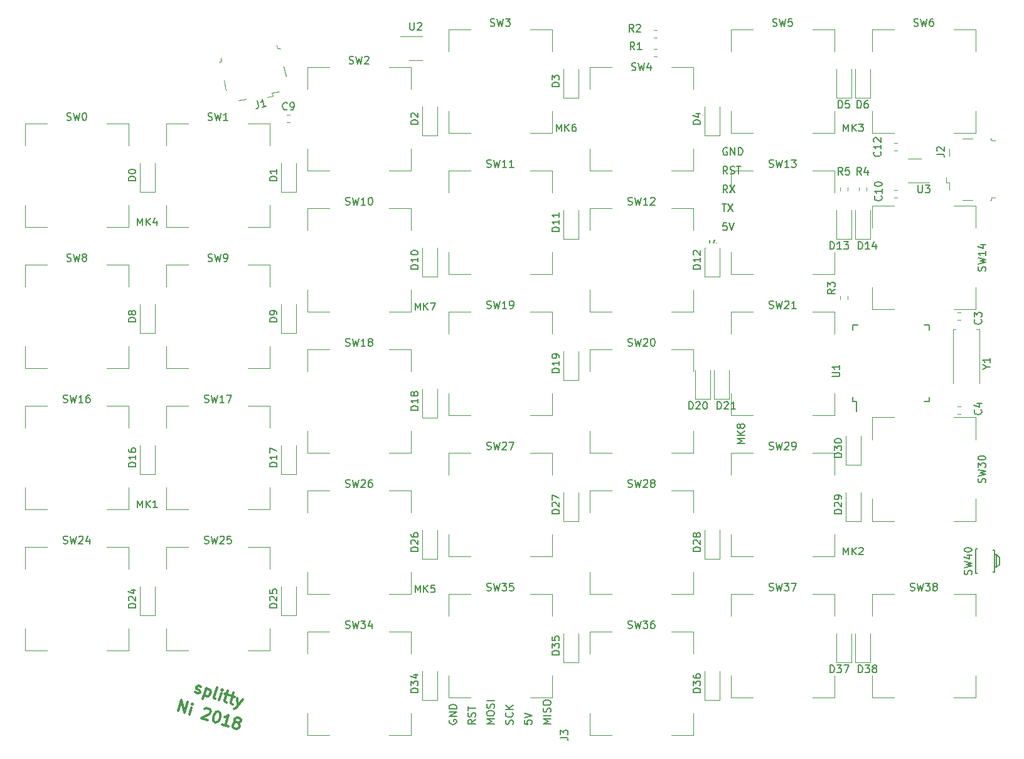
<source format=gbr>
G04 #@! TF.FileFunction,Legend,Top*
%FSLAX46Y46*%
G04 Gerber Fmt 4.6, Leading zero omitted, Abs format (unit mm)*
G04 Created by KiCad (PCBNEW 4.0.7+dfsg1-1~bpo9+1) date Sat May 26 14:22:04 2018*
%MOMM*%
%LPD*%
G01*
G04 APERTURE LIST*
%ADD10C,0.100000*%
%ADD11C,0.150000*%
%ADD12C,0.300000*%
%ADD13C,0.120000*%
%ADD14C,2.600000*%
%ADD15C,4.400000*%
%ADD16C,2.100000*%
%ADD17R,2.100000X2.100000*%
%ADD18O,2.100000X2.100000*%
%ADD19C,1.850000*%
%ADD20C,1.550000*%
%ADD21C,1.200000*%
%ADD22R,0.950000X1.900000*%
%ADD23R,1.900000X0.950000*%
%ADD24R,1.960000X1.050000*%
%ADD25R,1.245000X1.400000*%
%ADD26R,2.800000X3.725000*%
%ADD27R,1.400000X1.245000*%
%ADD28R,1.700000X0.850000*%
%ADD29O,2.400000X1.850000*%
%ADD30O,2.200000X1.550000*%
%ADD31O,1.200000X1.200000*%
%ADD32R,2.100000X2.200000*%
%ADD33R,1.600000X1.300000*%
G04 APERTURE END LIST*
D10*
D11*
X144859286Y-57237381D02*
X144383095Y-57237381D01*
X144335476Y-57713571D01*
X144383095Y-57665952D01*
X144478333Y-57618333D01*
X144716429Y-57618333D01*
X144811667Y-57665952D01*
X144859286Y-57713571D01*
X144906905Y-57808810D01*
X144906905Y-58046905D01*
X144859286Y-58142143D01*
X144811667Y-58189762D01*
X144716429Y-58237381D01*
X144478333Y-58237381D01*
X144383095Y-58189762D01*
X144335476Y-58142143D01*
X145192619Y-57237381D02*
X145525952Y-58237381D01*
X145859286Y-57237381D01*
X144240238Y-54697381D02*
X144811667Y-54697381D01*
X144525952Y-55697381D02*
X144525952Y-54697381D01*
X145049762Y-54697381D02*
X145716429Y-55697381D01*
X145716429Y-54697381D02*
X145049762Y-55697381D01*
X144954524Y-53157381D02*
X144621190Y-52681190D01*
X144383095Y-53157381D02*
X144383095Y-52157381D01*
X144764048Y-52157381D01*
X144859286Y-52205000D01*
X144906905Y-52252619D01*
X144954524Y-52347857D01*
X144954524Y-52490714D01*
X144906905Y-52585952D01*
X144859286Y-52633571D01*
X144764048Y-52681190D01*
X144383095Y-52681190D01*
X145287857Y-52157381D02*
X145954524Y-53157381D01*
X145954524Y-52157381D02*
X145287857Y-53157381D01*
X144954524Y-50617381D02*
X144621190Y-50141190D01*
X144383095Y-50617381D02*
X144383095Y-49617381D01*
X144764048Y-49617381D01*
X144859286Y-49665000D01*
X144906905Y-49712619D01*
X144954524Y-49807857D01*
X144954524Y-49950714D01*
X144906905Y-50045952D01*
X144859286Y-50093571D01*
X144764048Y-50141190D01*
X144383095Y-50141190D01*
X145335476Y-50569762D02*
X145478333Y-50617381D01*
X145716429Y-50617381D01*
X145811667Y-50569762D01*
X145859286Y-50522143D01*
X145906905Y-50426905D01*
X145906905Y-50331667D01*
X145859286Y-50236429D01*
X145811667Y-50188810D01*
X145716429Y-50141190D01*
X145525952Y-50093571D01*
X145430714Y-50045952D01*
X145383095Y-49998333D01*
X145335476Y-49903095D01*
X145335476Y-49807857D01*
X145383095Y-49712619D01*
X145430714Y-49665000D01*
X145525952Y-49617381D01*
X145764048Y-49617381D01*
X145906905Y-49665000D01*
X146192619Y-49617381D02*
X146764048Y-49617381D01*
X146478333Y-50617381D02*
X146478333Y-49617381D01*
X144906905Y-47125000D02*
X144811667Y-47077381D01*
X144668810Y-47077381D01*
X144525952Y-47125000D01*
X144430714Y-47220238D01*
X144383095Y-47315476D01*
X144335476Y-47505952D01*
X144335476Y-47648810D01*
X144383095Y-47839286D01*
X144430714Y-47934524D01*
X144525952Y-48029762D01*
X144668810Y-48077381D01*
X144764048Y-48077381D01*
X144906905Y-48029762D01*
X144954524Y-47982143D01*
X144954524Y-47648810D01*
X144764048Y-47648810D01*
X145383095Y-48077381D02*
X145383095Y-47077381D01*
X145954524Y-48077381D01*
X145954524Y-47077381D01*
X146430714Y-48077381D02*
X146430714Y-47077381D01*
X146668809Y-47077381D01*
X146811667Y-47125000D01*
X146906905Y-47220238D01*
X146954524Y-47315476D01*
X147002143Y-47505952D01*
X147002143Y-47648810D01*
X146954524Y-47839286D01*
X146906905Y-47934524D01*
X146811667Y-48029762D01*
X146668809Y-48077381D01*
X146430714Y-48077381D01*
X121102381Y-124856905D02*
X120102381Y-124856905D01*
X120816667Y-124523571D01*
X120102381Y-124190238D01*
X121102381Y-124190238D01*
X121102381Y-123714048D02*
X120102381Y-123714048D01*
X121054762Y-123285477D02*
X121102381Y-123142620D01*
X121102381Y-122904524D01*
X121054762Y-122809286D01*
X121007143Y-122761667D01*
X120911905Y-122714048D01*
X120816667Y-122714048D01*
X120721429Y-122761667D01*
X120673810Y-122809286D01*
X120626190Y-122904524D01*
X120578571Y-123095001D01*
X120530952Y-123190239D01*
X120483333Y-123237858D01*
X120388095Y-123285477D01*
X120292857Y-123285477D01*
X120197619Y-123237858D01*
X120150000Y-123190239D01*
X120102381Y-123095001D01*
X120102381Y-122856905D01*
X120150000Y-122714048D01*
X120102381Y-122095001D02*
X120102381Y-121904524D01*
X120150000Y-121809286D01*
X120245238Y-121714048D01*
X120435714Y-121666429D01*
X120769048Y-121666429D01*
X120959524Y-121714048D01*
X121054762Y-121809286D01*
X121102381Y-121904524D01*
X121102381Y-122095001D01*
X121054762Y-122190239D01*
X120959524Y-122285477D01*
X120769048Y-122333096D01*
X120435714Y-122333096D01*
X120245238Y-122285477D01*
X120150000Y-122190239D01*
X120102381Y-122095001D01*
X117562381Y-124380714D02*
X117562381Y-124856905D01*
X118038571Y-124904524D01*
X117990952Y-124856905D01*
X117943333Y-124761667D01*
X117943333Y-124523571D01*
X117990952Y-124428333D01*
X118038571Y-124380714D01*
X118133810Y-124333095D01*
X118371905Y-124333095D01*
X118467143Y-124380714D01*
X118514762Y-124428333D01*
X118562381Y-124523571D01*
X118562381Y-124761667D01*
X118514762Y-124856905D01*
X118467143Y-124904524D01*
X117562381Y-124047381D02*
X118562381Y-123714048D01*
X117562381Y-123380714D01*
X115974762Y-124904524D02*
X116022381Y-124761667D01*
X116022381Y-124523571D01*
X115974762Y-124428333D01*
X115927143Y-124380714D01*
X115831905Y-124333095D01*
X115736667Y-124333095D01*
X115641429Y-124380714D01*
X115593810Y-124428333D01*
X115546190Y-124523571D01*
X115498571Y-124714048D01*
X115450952Y-124809286D01*
X115403333Y-124856905D01*
X115308095Y-124904524D01*
X115212857Y-124904524D01*
X115117619Y-124856905D01*
X115070000Y-124809286D01*
X115022381Y-124714048D01*
X115022381Y-124475952D01*
X115070000Y-124333095D01*
X115927143Y-123333095D02*
X115974762Y-123380714D01*
X116022381Y-123523571D01*
X116022381Y-123618809D01*
X115974762Y-123761667D01*
X115879524Y-123856905D01*
X115784286Y-123904524D01*
X115593810Y-123952143D01*
X115450952Y-123952143D01*
X115260476Y-123904524D01*
X115165238Y-123856905D01*
X115070000Y-123761667D01*
X115022381Y-123618809D01*
X115022381Y-123523571D01*
X115070000Y-123380714D01*
X115117619Y-123333095D01*
X116022381Y-122904524D02*
X115022381Y-122904524D01*
X116022381Y-122333095D02*
X115450952Y-122761667D01*
X115022381Y-122333095D02*
X115593810Y-122904524D01*
X113482381Y-124856905D02*
X112482381Y-124856905D01*
X113196667Y-124523571D01*
X112482381Y-124190238D01*
X113482381Y-124190238D01*
X112482381Y-123523572D02*
X112482381Y-123333095D01*
X112530000Y-123237857D01*
X112625238Y-123142619D01*
X112815714Y-123095000D01*
X113149048Y-123095000D01*
X113339524Y-123142619D01*
X113434762Y-123237857D01*
X113482381Y-123333095D01*
X113482381Y-123523572D01*
X113434762Y-123618810D01*
X113339524Y-123714048D01*
X113149048Y-123761667D01*
X112815714Y-123761667D01*
X112625238Y-123714048D01*
X112530000Y-123618810D01*
X112482381Y-123523572D01*
X113434762Y-122714048D02*
X113482381Y-122571191D01*
X113482381Y-122333095D01*
X113434762Y-122237857D01*
X113387143Y-122190238D01*
X113291905Y-122142619D01*
X113196667Y-122142619D01*
X113101429Y-122190238D01*
X113053810Y-122237857D01*
X113006190Y-122333095D01*
X112958571Y-122523572D01*
X112910952Y-122618810D01*
X112863333Y-122666429D01*
X112768095Y-122714048D01*
X112672857Y-122714048D01*
X112577619Y-122666429D01*
X112530000Y-122618810D01*
X112482381Y-122523572D01*
X112482381Y-122285476D01*
X112530000Y-122142619D01*
X113482381Y-121714048D02*
X112482381Y-121714048D01*
X110942381Y-124285476D02*
X110466190Y-124618810D01*
X110942381Y-124856905D02*
X109942381Y-124856905D01*
X109942381Y-124475952D01*
X109990000Y-124380714D01*
X110037619Y-124333095D01*
X110132857Y-124285476D01*
X110275714Y-124285476D01*
X110370952Y-124333095D01*
X110418571Y-124380714D01*
X110466190Y-124475952D01*
X110466190Y-124856905D01*
X110894762Y-123904524D02*
X110942381Y-123761667D01*
X110942381Y-123523571D01*
X110894762Y-123428333D01*
X110847143Y-123380714D01*
X110751905Y-123333095D01*
X110656667Y-123333095D01*
X110561429Y-123380714D01*
X110513810Y-123428333D01*
X110466190Y-123523571D01*
X110418571Y-123714048D01*
X110370952Y-123809286D01*
X110323333Y-123856905D01*
X110228095Y-123904524D01*
X110132857Y-123904524D01*
X110037619Y-123856905D01*
X109990000Y-123809286D01*
X109942381Y-123714048D01*
X109942381Y-123475952D01*
X109990000Y-123333095D01*
X109942381Y-123047381D02*
X109942381Y-122475952D01*
X110942381Y-122761667D02*
X109942381Y-122761667D01*
X107450000Y-124333095D02*
X107402381Y-124428333D01*
X107402381Y-124571190D01*
X107450000Y-124714048D01*
X107545238Y-124809286D01*
X107640476Y-124856905D01*
X107830952Y-124904524D01*
X107973810Y-124904524D01*
X108164286Y-124856905D01*
X108259524Y-124809286D01*
X108354762Y-124714048D01*
X108402381Y-124571190D01*
X108402381Y-124475952D01*
X108354762Y-124333095D01*
X108307143Y-124285476D01*
X107973810Y-124285476D01*
X107973810Y-124475952D01*
X108402381Y-123856905D02*
X107402381Y-123856905D01*
X108402381Y-123285476D01*
X107402381Y-123285476D01*
X108402381Y-122809286D02*
X107402381Y-122809286D01*
X107402381Y-122571191D01*
X107450000Y-122428333D01*
X107545238Y-122333095D01*
X107640476Y-122285476D01*
X107830952Y-122237857D01*
X107973810Y-122237857D01*
X108164286Y-122285476D01*
X108259524Y-122333095D01*
X108354762Y-122428333D01*
X108402381Y-122571191D01*
X108402381Y-122809286D01*
D12*
X70830526Y-123100026D02*
X71274088Y-121667109D01*
X71649336Y-123353490D01*
X72092898Y-121920573D01*
X72331678Y-123564710D02*
X72627386Y-122609432D01*
X72775240Y-122131793D02*
X72685883Y-122178905D01*
X72732996Y-122268262D01*
X72822352Y-122221149D01*
X72775240Y-122131793D01*
X72732996Y-122268262D01*
X74438850Y-122796312D02*
X74528206Y-122749200D01*
X74685797Y-122723209D01*
X75026968Y-122828819D01*
X75142314Y-122939298D01*
X75189426Y-123028654D01*
X75215416Y-123186244D01*
X75173172Y-123322713D01*
X75041572Y-123506293D01*
X73969298Y-124071639D01*
X74856342Y-124346224D01*
X76186948Y-123187893D02*
X76323416Y-123230137D01*
X76438762Y-123340615D01*
X76485875Y-123429972D01*
X76511865Y-123587562D01*
X76495611Y-123881621D01*
X76390001Y-124222792D01*
X76237279Y-124474606D01*
X76126801Y-124589952D01*
X76037444Y-124637065D01*
X75879854Y-124663054D01*
X75743386Y-124620810D01*
X75628039Y-124510333D01*
X75580927Y-124420976D01*
X75554937Y-124263386D01*
X75571191Y-123969328D01*
X75676801Y-123628157D01*
X75829523Y-123376342D01*
X75940001Y-123260996D01*
X76029358Y-123213883D01*
X76186948Y-123187893D01*
X77585708Y-125191104D02*
X76766898Y-124937640D01*
X77176303Y-125064372D02*
X77619865Y-123631455D01*
X77420031Y-123793914D01*
X77241318Y-123888138D01*
X77083728Y-123914128D01*
X78657982Y-124625759D02*
X78542635Y-124515280D01*
X78495523Y-124425924D01*
X78469533Y-124268334D01*
X78490655Y-124200100D01*
X78601133Y-124084754D01*
X78690489Y-124037641D01*
X78848080Y-124011651D01*
X79121017Y-124096139D01*
X79236363Y-124206617D01*
X79283475Y-124295974D01*
X79309465Y-124453564D01*
X79288343Y-124521798D01*
X79177865Y-124637144D01*
X79088509Y-124684257D01*
X78930918Y-124710247D01*
X78657982Y-124625759D01*
X78500391Y-124651749D01*
X78411035Y-124698861D01*
X78300557Y-124814207D01*
X78216069Y-125087144D01*
X78242059Y-125244734D01*
X78289171Y-125334091D01*
X78404518Y-125444568D01*
X78677455Y-125529056D01*
X78835045Y-125503067D01*
X78924401Y-125455954D01*
X79034879Y-125340608D01*
X79119367Y-125067672D01*
X79093377Y-124910081D01*
X79046265Y-124820725D01*
X78930918Y-124710247D01*
X73111042Y-120544061D02*
X73226388Y-120654539D01*
X73499326Y-120739027D01*
X73656916Y-120713037D01*
X73767393Y-120597691D01*
X73788515Y-120529456D01*
X73762526Y-120371866D01*
X73647180Y-120261388D01*
X73442477Y-120198022D01*
X73327130Y-120087544D01*
X73301140Y-119929954D01*
X73322262Y-119861719D01*
X73432741Y-119746373D01*
X73590331Y-119720383D01*
X73795034Y-119783749D01*
X73910380Y-119894227D01*
X74613844Y-120037213D02*
X74170282Y-121470130D01*
X74592722Y-120105447D02*
X74750312Y-120079457D01*
X75023248Y-120163945D01*
X75138594Y-120274423D01*
X75185707Y-120363780D01*
X75211698Y-120521370D01*
X75084966Y-120930775D01*
X74974487Y-121046121D01*
X74885130Y-121093233D01*
X74727540Y-121119223D01*
X74454604Y-121034735D01*
X74339258Y-120924258D01*
X75819288Y-121457175D02*
X75703941Y-121346697D01*
X75677951Y-121189107D01*
X76058147Y-119960892D01*
X76365161Y-121626151D02*
X76660869Y-120670873D01*
X76808723Y-120193234D02*
X76719366Y-120240346D01*
X76766478Y-120329703D01*
X76855834Y-120282590D01*
X76808723Y-120193234D01*
X76766478Y-120329703D01*
X77138508Y-120818727D02*
X77684382Y-120987703D01*
X77491065Y-120404454D02*
X77110868Y-121632670D01*
X77136858Y-121790260D01*
X77252205Y-121900737D01*
X77388674Y-121942981D01*
X77957318Y-121072191D02*
X78503192Y-121241167D01*
X78309875Y-120657918D02*
X77929679Y-121886134D01*
X77955668Y-122043724D01*
X78071016Y-122154202D01*
X78207484Y-122196445D01*
X78844363Y-121346777D02*
X78889826Y-122407666D01*
X79526704Y-121557997D02*
X78889826Y-122407666D01*
X78647747Y-122706592D01*
X78558391Y-122753705D01*
X78400801Y-122779695D01*
D13*
X145400000Y-50150000D02*
X145400000Y-53150000D01*
X148400000Y-50150000D02*
X145400000Y-50150000D01*
X145400000Y-64150000D02*
X145400000Y-61150000D01*
X148400000Y-64150000D02*
X145400000Y-64150000D01*
X159400000Y-64150000D02*
X156400000Y-64150000D01*
X159400000Y-61150000D02*
X159400000Y-64150000D01*
X159400000Y-50150000D02*
X159400000Y-53150000D01*
X156400000Y-50150000D02*
X159400000Y-50150000D01*
X145400000Y-69200000D02*
X145400000Y-72200000D01*
X148400000Y-69200000D02*
X145400000Y-69200000D01*
X145400000Y-83200000D02*
X145400000Y-80200000D01*
X148400000Y-83200000D02*
X145400000Y-83200000D01*
X159400000Y-83200000D02*
X156400000Y-83200000D01*
X159400000Y-80200000D02*
X159400000Y-83200000D01*
X159400000Y-69200000D02*
X159400000Y-72200000D01*
X156400000Y-69200000D02*
X159400000Y-69200000D01*
X88250000Y-36180000D02*
X88250000Y-39180000D01*
X91250000Y-36180000D02*
X88250000Y-36180000D01*
X88250000Y-50180000D02*
X88250000Y-47180000D01*
X91250000Y-50180000D02*
X88250000Y-50180000D01*
X102250000Y-50180000D02*
X99250000Y-50180000D01*
X102250000Y-47180000D02*
X102250000Y-50180000D01*
X102250000Y-36180000D02*
X102250000Y-39180000D01*
X99250000Y-36180000D02*
X102250000Y-36180000D01*
X85395764Y-37485637D02*
X85085596Y-36120428D01*
X84553880Y-33780069D02*
X84520648Y-33633797D01*
X84520648Y-33633797D02*
X84228103Y-33700261D01*
X84228103Y-33700261D02*
X84128406Y-33261444D01*
X76619756Y-34967368D02*
X76719453Y-35406185D01*
X76719453Y-35406185D02*
X76426908Y-35472649D01*
X76426908Y-35472649D02*
X76460140Y-35618922D01*
X76991857Y-37959280D02*
X77302025Y-39324489D01*
X82879048Y-40287848D02*
X83586031Y-40127226D01*
X83586031Y-40127226D02*
X83491873Y-39712787D01*
X83491873Y-39712787D02*
X84467023Y-39491239D01*
X79981336Y-40510362D02*
X79006186Y-40731910D01*
D11*
X161830000Y-81375000D02*
X162405000Y-81375000D01*
X161830000Y-71025000D02*
X162505000Y-71025000D01*
X172180000Y-71025000D02*
X171505000Y-71025000D01*
X172180000Y-81375000D02*
X171505000Y-81375000D01*
X161830000Y-81375000D02*
X161830000Y-80700000D01*
X172180000Y-81375000D02*
X172180000Y-80700000D01*
X172180000Y-71025000D02*
X172180000Y-71700000D01*
X161830000Y-71025000D02*
X161830000Y-71700000D01*
X162405000Y-81375000D02*
X162405000Y-82650000D01*
D13*
X171080000Y-48555000D02*
X169280000Y-48555000D01*
X169280000Y-51775000D02*
X172230000Y-51775000D01*
X167860000Y-53850000D02*
X167420000Y-53850000D01*
X167860000Y-52830000D02*
X167420000Y-52830000D01*
X85505000Y-42670000D02*
X85945000Y-42670000D01*
X85505000Y-43690000D02*
X85945000Y-43690000D01*
X101970000Y-35265000D02*
X103770000Y-35265000D01*
X103770000Y-32045000D02*
X100820000Y-32045000D01*
X69200000Y-43800000D02*
X69200000Y-46800000D01*
X72200000Y-43800000D02*
X69200000Y-43800000D01*
X69200000Y-57800000D02*
X69200000Y-54800000D01*
X72200000Y-57800000D02*
X69200000Y-57800000D01*
X83200000Y-57800000D02*
X80200000Y-57800000D01*
X83200000Y-54800000D02*
X83200000Y-57800000D01*
X83200000Y-43800000D02*
X83200000Y-46800000D01*
X80200000Y-43800000D02*
X83200000Y-43800000D01*
X126350000Y-36180000D02*
X126350000Y-39180000D01*
X129350000Y-36180000D02*
X126350000Y-36180000D01*
X126350000Y-50180000D02*
X126350000Y-47180000D01*
X129350000Y-50180000D02*
X126350000Y-50180000D01*
X140350000Y-50180000D02*
X137350000Y-50180000D01*
X140350000Y-47180000D02*
X140350000Y-50180000D01*
X140350000Y-36180000D02*
X140350000Y-39180000D01*
X137350000Y-36180000D02*
X140350000Y-36180000D01*
X145400000Y-31100000D02*
X145400000Y-34100000D01*
X148400000Y-31100000D02*
X145400000Y-31100000D01*
X145400000Y-45100000D02*
X145400000Y-42100000D01*
X148400000Y-45100000D02*
X145400000Y-45100000D01*
X159400000Y-45100000D02*
X156400000Y-45100000D01*
X159400000Y-42100000D02*
X159400000Y-45100000D01*
X159400000Y-31100000D02*
X159400000Y-34100000D01*
X156400000Y-31100000D02*
X159400000Y-31100000D01*
X164450000Y-31100000D02*
X164450000Y-34100000D01*
X167450000Y-31100000D02*
X164450000Y-31100000D01*
X164450000Y-45100000D02*
X164450000Y-42100000D01*
X167450000Y-45100000D02*
X164450000Y-45100000D01*
X178450000Y-45100000D02*
X175450000Y-45100000D01*
X178450000Y-42100000D02*
X178450000Y-45100000D01*
X178450000Y-31100000D02*
X178450000Y-34100000D01*
X175450000Y-31100000D02*
X178450000Y-31100000D01*
X69200000Y-62850000D02*
X69200000Y-65850000D01*
X72200000Y-62850000D02*
X69200000Y-62850000D01*
X69200000Y-76850000D02*
X69200000Y-73850000D01*
X72200000Y-76850000D02*
X69200000Y-76850000D01*
X83200000Y-76850000D02*
X80200000Y-76850000D01*
X83200000Y-73850000D02*
X83200000Y-76850000D01*
X83200000Y-62850000D02*
X83200000Y-65850000D01*
X80200000Y-62850000D02*
X83200000Y-62850000D01*
X88250000Y-55230000D02*
X88250000Y-58230000D01*
X91250000Y-55230000D02*
X88250000Y-55230000D01*
X88250000Y-69230000D02*
X88250000Y-66230000D01*
X91250000Y-69230000D02*
X88250000Y-69230000D01*
X102250000Y-69230000D02*
X99250000Y-69230000D01*
X102250000Y-66230000D02*
X102250000Y-69230000D01*
X102250000Y-55230000D02*
X102250000Y-58230000D01*
X99250000Y-55230000D02*
X102250000Y-55230000D01*
X107300000Y-50150000D02*
X107300000Y-53150000D01*
X110300000Y-50150000D02*
X107300000Y-50150000D01*
X107300000Y-64150000D02*
X107300000Y-61150000D01*
X110300000Y-64150000D02*
X107300000Y-64150000D01*
X121300000Y-64150000D02*
X118300000Y-64150000D01*
X121300000Y-61150000D02*
X121300000Y-64150000D01*
X121300000Y-50150000D02*
X121300000Y-53150000D01*
X118300000Y-50150000D02*
X121300000Y-50150000D01*
X126350000Y-55230000D02*
X126350000Y-58230000D01*
X129350000Y-55230000D02*
X126350000Y-55230000D01*
X126350000Y-69230000D02*
X126350000Y-66230000D01*
X129350000Y-69230000D02*
X126350000Y-69230000D01*
X140350000Y-69230000D02*
X137350000Y-69230000D01*
X140350000Y-66230000D02*
X140350000Y-69230000D01*
X140350000Y-55230000D02*
X140350000Y-58230000D01*
X137350000Y-55230000D02*
X140350000Y-55230000D01*
X69200000Y-81900000D02*
X69200000Y-84900000D01*
X72200000Y-81900000D02*
X69200000Y-81900000D01*
X69200000Y-95900000D02*
X69200000Y-92900000D01*
X72200000Y-95900000D02*
X69200000Y-95900000D01*
X83200000Y-95900000D02*
X80200000Y-95900000D01*
X83200000Y-92900000D02*
X83200000Y-95900000D01*
X83200000Y-81900000D02*
X83200000Y-84900000D01*
X80200000Y-81900000D02*
X83200000Y-81900000D01*
X88250000Y-74280000D02*
X88250000Y-77280000D01*
X91250000Y-74280000D02*
X88250000Y-74280000D01*
X88250000Y-88280000D02*
X88250000Y-85280000D01*
X91250000Y-88280000D02*
X88250000Y-88280000D01*
X102250000Y-88280000D02*
X99250000Y-88280000D01*
X102250000Y-85280000D02*
X102250000Y-88280000D01*
X102250000Y-74280000D02*
X102250000Y-77280000D01*
X99250000Y-74280000D02*
X102250000Y-74280000D01*
X107300000Y-69200000D02*
X107300000Y-72200000D01*
X110300000Y-69200000D02*
X107300000Y-69200000D01*
X107300000Y-83200000D02*
X107300000Y-80200000D01*
X110300000Y-83200000D02*
X107300000Y-83200000D01*
X121300000Y-83200000D02*
X118300000Y-83200000D01*
X121300000Y-80200000D02*
X121300000Y-83200000D01*
X121300000Y-69200000D02*
X121300000Y-72200000D01*
X118300000Y-69200000D02*
X121300000Y-69200000D01*
X126350000Y-74280000D02*
X126350000Y-77280000D01*
X129350000Y-74280000D02*
X126350000Y-74280000D01*
X126350000Y-88280000D02*
X126350000Y-85280000D01*
X129350000Y-88280000D02*
X126350000Y-88280000D01*
X140350000Y-88280000D02*
X137350000Y-88280000D01*
X140350000Y-85280000D02*
X140350000Y-88280000D01*
X140350000Y-74280000D02*
X140350000Y-77280000D01*
X137350000Y-74280000D02*
X140350000Y-74280000D01*
X69200000Y-100950000D02*
X69200000Y-103950000D01*
X72200000Y-100950000D02*
X69200000Y-100950000D01*
X69200000Y-114950000D02*
X69200000Y-111950000D01*
X72200000Y-114950000D02*
X69200000Y-114950000D01*
X83200000Y-114950000D02*
X80200000Y-114950000D01*
X83200000Y-111950000D02*
X83200000Y-114950000D01*
X83200000Y-100950000D02*
X83200000Y-103950000D01*
X80200000Y-100950000D02*
X83200000Y-100950000D01*
X88250000Y-93330000D02*
X88250000Y-96330000D01*
X91250000Y-93330000D02*
X88250000Y-93330000D01*
X88250000Y-107330000D02*
X88250000Y-104330000D01*
X91250000Y-107330000D02*
X88250000Y-107330000D01*
X102250000Y-107330000D02*
X99250000Y-107330000D01*
X102250000Y-104330000D02*
X102250000Y-107330000D01*
X102250000Y-93330000D02*
X102250000Y-96330000D01*
X99250000Y-93330000D02*
X102250000Y-93330000D01*
X107300000Y-88250000D02*
X107300000Y-91250000D01*
X110300000Y-88250000D02*
X107300000Y-88250000D01*
X107300000Y-102250000D02*
X107300000Y-99250000D01*
X110300000Y-102250000D02*
X107300000Y-102250000D01*
X121300000Y-102250000D02*
X118300000Y-102250000D01*
X121300000Y-99250000D02*
X121300000Y-102250000D01*
X121300000Y-88250000D02*
X121300000Y-91250000D01*
X118300000Y-88250000D02*
X121300000Y-88250000D01*
X126350000Y-93330000D02*
X126350000Y-96330000D01*
X129350000Y-93330000D02*
X126350000Y-93330000D01*
X126350000Y-107330000D02*
X126350000Y-104330000D01*
X129350000Y-107330000D02*
X126350000Y-107330000D01*
X140350000Y-107330000D02*
X137350000Y-107330000D01*
X140350000Y-104330000D02*
X140350000Y-107330000D01*
X140350000Y-93330000D02*
X140350000Y-96330000D01*
X137350000Y-93330000D02*
X140350000Y-93330000D01*
X145400000Y-88250000D02*
X145400000Y-91250000D01*
X148400000Y-88250000D02*
X145400000Y-88250000D01*
X145400000Y-102250000D02*
X145400000Y-99250000D01*
X148400000Y-102250000D02*
X145400000Y-102250000D01*
X159400000Y-102250000D02*
X156400000Y-102250000D01*
X159400000Y-99250000D02*
X159400000Y-102250000D01*
X159400000Y-88250000D02*
X159400000Y-91250000D01*
X156400000Y-88250000D02*
X159400000Y-88250000D01*
X88250000Y-112380000D02*
X88250000Y-115380000D01*
X91250000Y-112380000D02*
X88250000Y-112380000D01*
X88250000Y-126380000D02*
X88250000Y-123380000D01*
X91250000Y-126380000D02*
X88250000Y-126380000D01*
X102250000Y-126380000D02*
X99250000Y-126380000D01*
X102250000Y-123380000D02*
X102250000Y-126380000D01*
X102250000Y-112380000D02*
X102250000Y-115380000D01*
X99250000Y-112380000D02*
X102250000Y-112380000D01*
X107300000Y-107300000D02*
X107300000Y-110300000D01*
X110300000Y-107300000D02*
X107300000Y-107300000D01*
X107300000Y-121300000D02*
X107300000Y-118300000D01*
X110300000Y-121300000D02*
X107300000Y-121300000D01*
X121300000Y-121300000D02*
X118300000Y-121300000D01*
X121300000Y-118300000D02*
X121300000Y-121300000D01*
X121300000Y-107300000D02*
X121300000Y-110300000D01*
X118300000Y-107300000D02*
X121300000Y-107300000D01*
X126350000Y-112380000D02*
X126350000Y-115380000D01*
X129350000Y-112380000D02*
X126350000Y-112380000D01*
X126350000Y-126380000D02*
X126350000Y-123380000D01*
X129350000Y-126380000D02*
X126350000Y-126380000D01*
X140350000Y-126380000D02*
X137350000Y-126380000D01*
X140350000Y-123380000D02*
X140350000Y-126380000D01*
X140350000Y-112380000D02*
X140350000Y-115380000D01*
X137350000Y-112380000D02*
X140350000Y-112380000D01*
X145400000Y-107300000D02*
X145400000Y-110300000D01*
X148400000Y-107300000D02*
X145400000Y-107300000D01*
X145400000Y-121300000D02*
X145400000Y-118300000D01*
X148400000Y-121300000D02*
X145400000Y-121300000D01*
X159400000Y-121300000D02*
X156400000Y-121300000D01*
X159400000Y-118300000D02*
X159400000Y-121300000D01*
X159400000Y-107300000D02*
X159400000Y-110300000D01*
X156400000Y-107300000D02*
X159400000Y-107300000D01*
X164450000Y-107300000D02*
X164450000Y-110300000D01*
X167450000Y-107300000D02*
X164450000Y-107300000D01*
X164450000Y-121300000D02*
X164450000Y-118300000D01*
X167450000Y-121300000D02*
X164450000Y-121300000D01*
X178450000Y-121300000D02*
X175450000Y-121300000D01*
X178450000Y-118300000D02*
X178450000Y-121300000D01*
X178450000Y-107300000D02*
X178450000Y-110300000D01*
X175450000Y-107300000D02*
X178450000Y-107300000D01*
X50150000Y-43800000D02*
X50150000Y-46800000D01*
X53150000Y-43800000D02*
X50150000Y-43800000D01*
X50150000Y-57800000D02*
X50150000Y-54800000D01*
X53150000Y-57800000D02*
X50150000Y-57800000D01*
X64150000Y-57800000D02*
X61150000Y-57800000D01*
X64150000Y-54800000D02*
X64150000Y-57800000D01*
X64150000Y-43800000D02*
X64150000Y-46800000D01*
X61150000Y-43800000D02*
X64150000Y-43800000D01*
X50150000Y-62850000D02*
X50150000Y-65850000D01*
X53150000Y-62850000D02*
X50150000Y-62850000D01*
X50150000Y-76850000D02*
X50150000Y-73850000D01*
X53150000Y-76850000D02*
X50150000Y-76850000D01*
X64150000Y-76850000D02*
X61150000Y-76850000D01*
X64150000Y-73850000D02*
X64150000Y-76850000D01*
X64150000Y-62850000D02*
X64150000Y-65850000D01*
X61150000Y-62850000D02*
X64150000Y-62850000D01*
X50150000Y-81900000D02*
X50150000Y-84900000D01*
X53150000Y-81900000D02*
X50150000Y-81900000D01*
X50150000Y-95900000D02*
X50150000Y-92900000D01*
X53150000Y-95900000D02*
X50150000Y-95900000D01*
X64150000Y-95900000D02*
X61150000Y-95900000D01*
X64150000Y-92900000D02*
X64150000Y-95900000D01*
X64150000Y-81900000D02*
X64150000Y-84900000D01*
X61150000Y-81900000D02*
X64150000Y-81900000D01*
X50150000Y-100950000D02*
X50150000Y-103950000D01*
X53150000Y-100950000D02*
X50150000Y-100950000D01*
X50150000Y-114950000D02*
X50150000Y-111950000D01*
X53150000Y-114950000D02*
X50150000Y-114950000D01*
X64150000Y-114950000D02*
X61150000Y-114950000D01*
X64150000Y-111950000D02*
X64150000Y-114950000D01*
X64150000Y-100950000D02*
X64150000Y-103950000D01*
X61150000Y-100950000D02*
X64150000Y-100950000D01*
X107300000Y-31100000D02*
X107300000Y-34100000D01*
X110300000Y-31100000D02*
X107300000Y-31100000D01*
X107300000Y-45100000D02*
X107300000Y-42100000D01*
X110300000Y-45100000D02*
X107300000Y-45100000D01*
X121300000Y-45100000D02*
X118300000Y-45100000D01*
X121300000Y-42100000D02*
X121300000Y-45100000D01*
X121300000Y-31100000D02*
X121300000Y-34100000D01*
X118300000Y-31100000D02*
X121300000Y-31100000D01*
X178965000Y-78900000D02*
X178965000Y-71575000D01*
X178965000Y-71575000D02*
X175365000Y-71575000D01*
X175365000Y-71575000D02*
X175365000Y-78900000D01*
X161165000Y-52485000D02*
X161165000Y-52925000D01*
X160145000Y-52485000D02*
X160145000Y-52925000D01*
X163705000Y-52485000D02*
X163705000Y-52925000D01*
X162685000Y-52485000D02*
X162685000Y-52925000D01*
X160145000Y-67530000D02*
X160145000Y-67090000D01*
X161165000Y-67530000D02*
X161165000Y-67090000D01*
X135035000Y-31240000D02*
X135475000Y-31240000D01*
X135035000Y-32260000D02*
X135475000Y-32260000D01*
X135035000Y-33780000D02*
X135475000Y-33780000D01*
X135035000Y-34800000D02*
X135475000Y-34800000D01*
X176422500Y-83060000D02*
X175982500Y-83060000D01*
X176422500Y-82040000D02*
X175982500Y-82040000D01*
X176422500Y-70360000D02*
X175982500Y-70360000D01*
X176422500Y-69340000D02*
X175982500Y-69340000D01*
X176642000Y-54150000D02*
X178042000Y-54150000D01*
X180442000Y-54150000D02*
X180592000Y-54150000D01*
X180592000Y-54150000D02*
X180592000Y-53850000D01*
X180592000Y-53850000D02*
X181042000Y-53850000D01*
X181042000Y-46150000D02*
X180592000Y-46150000D01*
X180592000Y-46150000D02*
X180592000Y-45850000D01*
X180592000Y-45850000D02*
X180442000Y-45850000D01*
X178042000Y-45850000D02*
X176642000Y-45850000D01*
X174467000Y-51075000D02*
X174467000Y-51800000D01*
X174467000Y-51800000D02*
X174892000Y-51800000D01*
X174892000Y-51800000D02*
X174892000Y-52800000D01*
X174892000Y-48200000D02*
X174892000Y-47200000D01*
X167860000Y-47500000D02*
X167420000Y-47500000D01*
X167860000Y-46480000D02*
X167420000Y-46480000D01*
D11*
X181255000Y-102020000D02*
X181255000Y-103720000D01*
X180955000Y-103720000D02*
X180955000Y-102020000D01*
X181255000Y-102020000D02*
X180955000Y-102020000D01*
X181655000Y-102420000D02*
X181255000Y-102020000D01*
X181655000Y-103320000D02*
X181655000Y-102420000D01*
X181255000Y-103720000D02*
X181655000Y-103320000D01*
X180955000Y-103720000D02*
X181255000Y-103720000D01*
X180955000Y-104370000D02*
X180955000Y-103720000D01*
X178455000Y-104520000D02*
X178755000Y-104520000D01*
X178455000Y-101270000D02*
X178755000Y-101270000D01*
X180955000Y-104370000D02*
X180655000Y-104370000D01*
X180955000Y-101370000D02*
X180655000Y-101370000D01*
X178455000Y-101270000D02*
X178455000Y-104520000D01*
X180955000Y-101370000D02*
X180955000Y-102020000D01*
D13*
X178450000Y-54912500D02*
X175450000Y-54912500D01*
X178450000Y-57912500D02*
X178450000Y-54912500D01*
X178450000Y-68912500D02*
X175450000Y-68912500D01*
X178450000Y-65912500D02*
X178450000Y-68912500D01*
X164450000Y-54912500D02*
X167450000Y-54912500D01*
X164450000Y-57912500D02*
X164450000Y-54912500D01*
X164450000Y-68912500D02*
X167450000Y-68912500D01*
X164450000Y-65912500D02*
X164450000Y-68912500D01*
X178450000Y-83487500D02*
X175450000Y-83487500D01*
X178450000Y-86487500D02*
X178450000Y-83487500D01*
X178450000Y-97487500D02*
X175450000Y-97487500D01*
X178450000Y-94487500D02*
X178450000Y-97487500D01*
X164450000Y-83487500D02*
X167450000Y-83487500D01*
X164450000Y-86487500D02*
X164450000Y-83487500D01*
X164450000Y-97487500D02*
X167450000Y-97487500D01*
X164450000Y-94487500D02*
X164450000Y-97487500D01*
X65675000Y-53050000D02*
X67675000Y-53050000D01*
X67675000Y-53050000D02*
X67675000Y-49150000D01*
X65675000Y-53050000D02*
X65675000Y-49150000D01*
X84725000Y-53050000D02*
X86725000Y-53050000D01*
X86725000Y-53050000D02*
X86725000Y-49150000D01*
X84725000Y-53050000D02*
X84725000Y-49150000D01*
X103775000Y-45430000D02*
X105775000Y-45430000D01*
X105775000Y-45430000D02*
X105775000Y-41530000D01*
X103775000Y-45430000D02*
X103775000Y-41530000D01*
X122825000Y-40350000D02*
X124825000Y-40350000D01*
X124825000Y-40350000D02*
X124825000Y-36450000D01*
X122825000Y-40350000D02*
X122825000Y-36450000D01*
X141875000Y-45430000D02*
X143875000Y-45430000D01*
X143875000Y-45430000D02*
X143875000Y-41530000D01*
X141875000Y-45430000D02*
X141875000Y-41530000D01*
X159655000Y-40350000D02*
X161655000Y-40350000D01*
X161655000Y-40350000D02*
X161655000Y-36450000D01*
X159655000Y-40350000D02*
X159655000Y-36450000D01*
X162195000Y-40350000D02*
X164195000Y-40350000D01*
X164195000Y-40350000D02*
X164195000Y-36450000D01*
X162195000Y-40350000D02*
X162195000Y-36450000D01*
X65675000Y-72100000D02*
X67675000Y-72100000D01*
X67675000Y-72100000D02*
X67675000Y-68200000D01*
X65675000Y-72100000D02*
X65675000Y-68200000D01*
X84725000Y-72100000D02*
X86725000Y-72100000D01*
X86725000Y-72100000D02*
X86725000Y-68200000D01*
X84725000Y-72100000D02*
X84725000Y-68200000D01*
X103775000Y-64480000D02*
X105775000Y-64480000D01*
X105775000Y-64480000D02*
X105775000Y-60580000D01*
X103775000Y-64480000D02*
X103775000Y-60580000D01*
X122825000Y-59400000D02*
X124825000Y-59400000D01*
X124825000Y-59400000D02*
X124825000Y-55500000D01*
X122825000Y-59400000D02*
X122825000Y-55500000D01*
X141875000Y-64480000D02*
X143875000Y-64480000D01*
X143875000Y-64480000D02*
X143875000Y-60580000D01*
X141875000Y-64480000D02*
X141875000Y-60580000D01*
X159655000Y-59400000D02*
X161655000Y-59400000D01*
X161655000Y-59400000D02*
X161655000Y-55500000D01*
X159655000Y-59400000D02*
X159655000Y-55500000D01*
X162195000Y-59400000D02*
X164195000Y-59400000D01*
X164195000Y-59400000D02*
X164195000Y-55500000D01*
X162195000Y-59400000D02*
X162195000Y-55500000D01*
X65675000Y-91150000D02*
X67675000Y-91150000D01*
X67675000Y-91150000D02*
X67675000Y-87250000D01*
X65675000Y-91150000D02*
X65675000Y-87250000D01*
X84725000Y-91150000D02*
X86725000Y-91150000D01*
X86725000Y-91150000D02*
X86725000Y-87250000D01*
X84725000Y-91150000D02*
X84725000Y-87250000D01*
X103775000Y-83530000D02*
X105775000Y-83530000D01*
X105775000Y-83530000D02*
X105775000Y-79630000D01*
X103775000Y-83530000D02*
X103775000Y-79630000D01*
X122825000Y-78450000D02*
X124825000Y-78450000D01*
X124825000Y-78450000D02*
X124825000Y-74550000D01*
X122825000Y-78450000D02*
X122825000Y-74550000D01*
X140605000Y-80990000D02*
X142605000Y-80990000D01*
X142605000Y-80990000D02*
X142605000Y-77090000D01*
X140605000Y-80990000D02*
X140605000Y-77090000D01*
X143145000Y-80990000D02*
X145145000Y-80990000D01*
X145145000Y-80990000D02*
X145145000Y-77090000D01*
X143145000Y-80990000D02*
X143145000Y-77090000D01*
X65675000Y-110200000D02*
X67675000Y-110200000D01*
X67675000Y-110200000D02*
X67675000Y-106300000D01*
X65675000Y-110200000D02*
X65675000Y-106300000D01*
X84725000Y-110200000D02*
X86725000Y-110200000D01*
X86725000Y-110200000D02*
X86725000Y-106300000D01*
X84725000Y-110200000D02*
X84725000Y-106300000D01*
X103775000Y-102580000D02*
X105775000Y-102580000D01*
X105775000Y-102580000D02*
X105775000Y-98680000D01*
X103775000Y-102580000D02*
X103775000Y-98680000D01*
X122825000Y-97500000D02*
X124825000Y-97500000D01*
X124825000Y-97500000D02*
X124825000Y-93600000D01*
X122825000Y-97500000D02*
X122825000Y-93600000D01*
X141875000Y-102580000D02*
X143875000Y-102580000D01*
X143875000Y-102580000D02*
X143875000Y-98680000D01*
X141875000Y-102580000D02*
X141875000Y-98680000D01*
X160925000Y-97500000D02*
X162925000Y-97500000D01*
X162925000Y-97500000D02*
X162925000Y-93600000D01*
X160925000Y-97500000D02*
X160925000Y-93600000D01*
X160925000Y-89880000D02*
X162925000Y-89880000D01*
X162925000Y-89880000D02*
X162925000Y-85980000D01*
X160925000Y-89880000D02*
X160925000Y-85980000D01*
X103775000Y-121630000D02*
X105775000Y-121630000D01*
X105775000Y-121630000D02*
X105775000Y-117730000D01*
X103775000Y-121630000D02*
X103775000Y-117730000D01*
X122825000Y-116550000D02*
X124825000Y-116550000D01*
X124825000Y-116550000D02*
X124825000Y-112650000D01*
X122825000Y-116550000D02*
X122825000Y-112650000D01*
X141875000Y-121630000D02*
X143875000Y-121630000D01*
X143875000Y-121630000D02*
X143875000Y-117730000D01*
X141875000Y-121630000D02*
X141875000Y-117730000D01*
X159655000Y-116550000D02*
X161655000Y-116550000D01*
X161655000Y-116550000D02*
X161655000Y-112650000D01*
X159655000Y-116550000D02*
X159655000Y-112650000D01*
X162195000Y-116550000D02*
X164195000Y-116550000D01*
X164195000Y-116550000D02*
X164195000Y-112650000D01*
X162195000Y-116550000D02*
X162195000Y-112650000D01*
D11*
X150590476Y-49680762D02*
X150733333Y-49728381D01*
X150971429Y-49728381D01*
X151066667Y-49680762D01*
X151114286Y-49633143D01*
X151161905Y-49537905D01*
X151161905Y-49442667D01*
X151114286Y-49347429D01*
X151066667Y-49299810D01*
X150971429Y-49252190D01*
X150780952Y-49204571D01*
X150685714Y-49156952D01*
X150638095Y-49109333D01*
X150590476Y-49014095D01*
X150590476Y-48918857D01*
X150638095Y-48823619D01*
X150685714Y-48776000D01*
X150780952Y-48728381D01*
X151019048Y-48728381D01*
X151161905Y-48776000D01*
X151495238Y-48728381D02*
X151733333Y-49728381D01*
X151923810Y-49014095D01*
X152114286Y-49728381D01*
X152352381Y-48728381D01*
X153257143Y-49728381D02*
X152685714Y-49728381D01*
X152971428Y-49728381D02*
X152971428Y-48728381D01*
X152876190Y-48871238D01*
X152780952Y-48966476D01*
X152685714Y-49014095D01*
X153590476Y-48728381D02*
X154209524Y-48728381D01*
X153876190Y-49109333D01*
X154019048Y-49109333D01*
X154114286Y-49156952D01*
X154161905Y-49204571D01*
X154209524Y-49299810D01*
X154209524Y-49537905D01*
X154161905Y-49633143D01*
X154114286Y-49680762D01*
X154019048Y-49728381D01*
X153733333Y-49728381D01*
X153638095Y-49680762D01*
X153590476Y-49633143D01*
X142541667Y-59567381D02*
X142541667Y-60281667D01*
X142494047Y-60424524D01*
X142398809Y-60519762D01*
X142255952Y-60567381D01*
X142160714Y-60567381D01*
X143446429Y-59900714D02*
X143446429Y-60567381D01*
X143208333Y-59519762D02*
X142970238Y-60234048D01*
X143589286Y-60234048D01*
X122432381Y-126698333D02*
X123146667Y-126698333D01*
X123289524Y-126745953D01*
X123384762Y-126841191D01*
X123432381Y-126984048D01*
X123432381Y-127079286D01*
X122432381Y-126317381D02*
X122432381Y-125698333D01*
X122813333Y-126031667D01*
X122813333Y-125888809D01*
X122860952Y-125793571D01*
X122908571Y-125745952D01*
X123003810Y-125698333D01*
X123241905Y-125698333D01*
X123337143Y-125745952D01*
X123384762Y-125793571D01*
X123432381Y-125888809D01*
X123432381Y-126174524D01*
X123384762Y-126269762D01*
X123337143Y-126317381D01*
X150590476Y-68730762D02*
X150733333Y-68778381D01*
X150971429Y-68778381D01*
X151066667Y-68730762D01*
X151114286Y-68683143D01*
X151161905Y-68587905D01*
X151161905Y-68492667D01*
X151114286Y-68397429D01*
X151066667Y-68349810D01*
X150971429Y-68302190D01*
X150780952Y-68254571D01*
X150685714Y-68206952D01*
X150638095Y-68159333D01*
X150590476Y-68064095D01*
X150590476Y-67968857D01*
X150638095Y-67873619D01*
X150685714Y-67826000D01*
X150780952Y-67778381D01*
X151019048Y-67778381D01*
X151161905Y-67826000D01*
X151495238Y-67778381D02*
X151733333Y-68778381D01*
X151923810Y-68064095D01*
X152114286Y-68778381D01*
X152352381Y-67778381D01*
X152685714Y-67873619D02*
X152733333Y-67826000D01*
X152828571Y-67778381D01*
X153066667Y-67778381D01*
X153161905Y-67826000D01*
X153209524Y-67873619D01*
X153257143Y-67968857D01*
X153257143Y-68064095D01*
X153209524Y-68206952D01*
X152638095Y-68778381D01*
X153257143Y-68778381D01*
X154209524Y-68778381D02*
X153638095Y-68778381D01*
X153923809Y-68778381D02*
X153923809Y-67778381D01*
X153828571Y-67921238D01*
X153733333Y-68016476D01*
X153638095Y-68064095D01*
X93916667Y-35710762D02*
X94059524Y-35758381D01*
X94297620Y-35758381D01*
X94392858Y-35710762D01*
X94440477Y-35663143D01*
X94488096Y-35567905D01*
X94488096Y-35472667D01*
X94440477Y-35377429D01*
X94392858Y-35329810D01*
X94297620Y-35282190D01*
X94107143Y-35234571D01*
X94011905Y-35186952D01*
X93964286Y-35139333D01*
X93916667Y-35044095D01*
X93916667Y-34948857D01*
X93964286Y-34853619D01*
X94011905Y-34806000D01*
X94107143Y-34758381D01*
X94345239Y-34758381D01*
X94488096Y-34806000D01*
X94821429Y-34758381D02*
X95059524Y-35758381D01*
X95250001Y-35044095D01*
X95440477Y-35758381D01*
X95678572Y-34758381D01*
X96011905Y-34853619D02*
X96059524Y-34806000D01*
X96154762Y-34758381D01*
X96392858Y-34758381D01*
X96488096Y-34806000D01*
X96535715Y-34853619D01*
X96583334Y-34948857D01*
X96583334Y-35044095D01*
X96535715Y-35186952D01*
X95964286Y-35758381D01*
X96583334Y-35758381D01*
X81533934Y-40724078D02*
X81692183Y-41420614D01*
X81677397Y-41570471D01*
X81605625Y-41684442D01*
X81476868Y-41762527D01*
X81383997Y-41783627D01*
X82730632Y-41477679D02*
X82173404Y-41604278D01*
X82452017Y-41540979D02*
X82230469Y-40565829D01*
X82169247Y-40726236D01*
X82097476Y-40840207D01*
X82015155Y-40907743D01*
X159091381Y-77977905D02*
X159900905Y-77977905D01*
X159996143Y-77930286D01*
X160043762Y-77882667D01*
X160091381Y-77787429D01*
X160091381Y-77596952D01*
X160043762Y-77501714D01*
X159996143Y-77454095D01*
X159900905Y-77406476D01*
X159091381Y-77406476D01*
X160091381Y-76406476D02*
X160091381Y-76977905D01*
X160091381Y-76692191D02*
X159091381Y-76692191D01*
X159234238Y-76787429D01*
X159329476Y-76882667D01*
X159377095Y-76977905D01*
X170688095Y-52157381D02*
X170688095Y-52966905D01*
X170735714Y-53062143D01*
X170783333Y-53109762D01*
X170878571Y-53157381D01*
X171069048Y-53157381D01*
X171164286Y-53109762D01*
X171211905Y-53062143D01*
X171259524Y-52966905D01*
X171259524Y-52157381D01*
X171640476Y-52157381D02*
X172259524Y-52157381D01*
X171926190Y-52538333D01*
X172069048Y-52538333D01*
X172164286Y-52585952D01*
X172211905Y-52633571D01*
X172259524Y-52728810D01*
X172259524Y-52966905D01*
X172211905Y-53062143D01*
X172164286Y-53109762D01*
X172069048Y-53157381D01*
X171783333Y-53157381D01*
X171688095Y-53109762D01*
X171640476Y-53062143D01*
X165711143Y-53601857D02*
X165758762Y-53649476D01*
X165806381Y-53792333D01*
X165806381Y-53887571D01*
X165758762Y-54030429D01*
X165663524Y-54125667D01*
X165568286Y-54173286D01*
X165377810Y-54220905D01*
X165234952Y-54220905D01*
X165044476Y-54173286D01*
X164949238Y-54125667D01*
X164854000Y-54030429D01*
X164806381Y-53887571D01*
X164806381Y-53792333D01*
X164854000Y-53649476D01*
X164901619Y-53601857D01*
X165806381Y-52649476D02*
X165806381Y-53220905D01*
X165806381Y-52935191D02*
X164806381Y-52935191D01*
X164949238Y-53030429D01*
X165044476Y-53125667D01*
X165092095Y-53220905D01*
X164806381Y-52030429D02*
X164806381Y-51935190D01*
X164854000Y-51839952D01*
X164901619Y-51792333D01*
X164996857Y-51744714D01*
X165187333Y-51697095D01*
X165425429Y-51697095D01*
X165615905Y-51744714D01*
X165711143Y-51792333D01*
X165758762Y-51839952D01*
X165806381Y-51935190D01*
X165806381Y-52030429D01*
X165758762Y-52125667D01*
X165711143Y-52173286D01*
X165615905Y-52220905D01*
X165425429Y-52268524D01*
X165187333Y-52268524D01*
X164996857Y-52220905D01*
X164901619Y-52173286D01*
X164854000Y-52125667D01*
X164806381Y-52030429D01*
X85558334Y-41887143D02*
X85510715Y-41934762D01*
X85367858Y-41982381D01*
X85272620Y-41982381D01*
X85129762Y-41934762D01*
X85034524Y-41839524D01*
X84986905Y-41744286D01*
X84939286Y-41553810D01*
X84939286Y-41410952D01*
X84986905Y-41220476D01*
X85034524Y-41125238D01*
X85129762Y-41030000D01*
X85272620Y-40982381D01*
X85367858Y-40982381D01*
X85510715Y-41030000D01*
X85558334Y-41077619D01*
X86034524Y-41982381D02*
X86225000Y-41982381D01*
X86320239Y-41934762D01*
X86367858Y-41887143D01*
X86463096Y-41744286D01*
X86510715Y-41553810D01*
X86510715Y-41172857D01*
X86463096Y-41077619D01*
X86415477Y-41030000D01*
X86320239Y-40982381D01*
X86129762Y-40982381D01*
X86034524Y-41030000D01*
X85986905Y-41077619D01*
X85939286Y-41172857D01*
X85939286Y-41410952D01*
X85986905Y-41506190D01*
X86034524Y-41553810D01*
X86129762Y-41601429D01*
X86320239Y-41601429D01*
X86415477Y-41553810D01*
X86463096Y-41506190D01*
X86510715Y-41410952D01*
X102108095Y-30207381D02*
X102108095Y-31016905D01*
X102155714Y-31112143D01*
X102203333Y-31159762D01*
X102298571Y-31207381D01*
X102489048Y-31207381D01*
X102584286Y-31159762D01*
X102631905Y-31112143D01*
X102679524Y-31016905D01*
X102679524Y-30207381D01*
X103108095Y-30302619D02*
X103155714Y-30255000D01*
X103250952Y-30207381D01*
X103489048Y-30207381D01*
X103584286Y-30255000D01*
X103631905Y-30302619D01*
X103679524Y-30397857D01*
X103679524Y-30493095D01*
X103631905Y-30635952D01*
X103060476Y-31207381D01*
X103679524Y-31207381D01*
X74866667Y-43330762D02*
X75009524Y-43378381D01*
X75247620Y-43378381D01*
X75342858Y-43330762D01*
X75390477Y-43283143D01*
X75438096Y-43187905D01*
X75438096Y-43092667D01*
X75390477Y-42997429D01*
X75342858Y-42949810D01*
X75247620Y-42902190D01*
X75057143Y-42854571D01*
X74961905Y-42806952D01*
X74914286Y-42759333D01*
X74866667Y-42664095D01*
X74866667Y-42568857D01*
X74914286Y-42473619D01*
X74961905Y-42426000D01*
X75057143Y-42378381D01*
X75295239Y-42378381D01*
X75438096Y-42426000D01*
X75771429Y-42378381D02*
X76009524Y-43378381D01*
X76200001Y-42664095D01*
X76390477Y-43378381D01*
X76628572Y-42378381D01*
X77533334Y-43378381D02*
X76961905Y-43378381D01*
X77247619Y-43378381D02*
X77247619Y-42378381D01*
X77152381Y-42521238D01*
X77057143Y-42616476D01*
X76961905Y-42664095D01*
X132016667Y-36599762D02*
X132159524Y-36647381D01*
X132397620Y-36647381D01*
X132492858Y-36599762D01*
X132540477Y-36552143D01*
X132588096Y-36456905D01*
X132588096Y-36361667D01*
X132540477Y-36266429D01*
X132492858Y-36218810D01*
X132397620Y-36171190D01*
X132207143Y-36123571D01*
X132111905Y-36075952D01*
X132064286Y-36028333D01*
X132016667Y-35933095D01*
X132016667Y-35837857D01*
X132064286Y-35742619D01*
X132111905Y-35695000D01*
X132207143Y-35647381D01*
X132445239Y-35647381D01*
X132588096Y-35695000D01*
X132921429Y-35647381D02*
X133159524Y-36647381D01*
X133350001Y-35933095D01*
X133540477Y-36647381D01*
X133778572Y-35647381D01*
X134588096Y-35980714D02*
X134588096Y-36647381D01*
X134350000Y-35599762D02*
X134111905Y-36314048D01*
X134730953Y-36314048D01*
X151066667Y-30630762D02*
X151209524Y-30678381D01*
X151447620Y-30678381D01*
X151542858Y-30630762D01*
X151590477Y-30583143D01*
X151638096Y-30487905D01*
X151638096Y-30392667D01*
X151590477Y-30297429D01*
X151542858Y-30249810D01*
X151447620Y-30202190D01*
X151257143Y-30154571D01*
X151161905Y-30106952D01*
X151114286Y-30059333D01*
X151066667Y-29964095D01*
X151066667Y-29868857D01*
X151114286Y-29773619D01*
X151161905Y-29726000D01*
X151257143Y-29678381D01*
X151495239Y-29678381D01*
X151638096Y-29726000D01*
X151971429Y-29678381D02*
X152209524Y-30678381D01*
X152400001Y-29964095D01*
X152590477Y-30678381D01*
X152828572Y-29678381D01*
X153685715Y-29678381D02*
X153209524Y-29678381D01*
X153161905Y-30154571D01*
X153209524Y-30106952D01*
X153304762Y-30059333D01*
X153542858Y-30059333D01*
X153638096Y-30106952D01*
X153685715Y-30154571D01*
X153733334Y-30249810D01*
X153733334Y-30487905D01*
X153685715Y-30583143D01*
X153638096Y-30630762D01*
X153542858Y-30678381D01*
X153304762Y-30678381D01*
X153209524Y-30630762D01*
X153161905Y-30583143D01*
X170116667Y-30630762D02*
X170259524Y-30678381D01*
X170497620Y-30678381D01*
X170592858Y-30630762D01*
X170640477Y-30583143D01*
X170688096Y-30487905D01*
X170688096Y-30392667D01*
X170640477Y-30297429D01*
X170592858Y-30249810D01*
X170497620Y-30202190D01*
X170307143Y-30154571D01*
X170211905Y-30106952D01*
X170164286Y-30059333D01*
X170116667Y-29964095D01*
X170116667Y-29868857D01*
X170164286Y-29773619D01*
X170211905Y-29726000D01*
X170307143Y-29678381D01*
X170545239Y-29678381D01*
X170688096Y-29726000D01*
X171021429Y-29678381D02*
X171259524Y-30678381D01*
X171450001Y-29964095D01*
X171640477Y-30678381D01*
X171878572Y-29678381D01*
X172688096Y-29678381D02*
X172497619Y-29678381D01*
X172402381Y-29726000D01*
X172354762Y-29773619D01*
X172259524Y-29916476D01*
X172211905Y-30106952D01*
X172211905Y-30487905D01*
X172259524Y-30583143D01*
X172307143Y-30630762D01*
X172402381Y-30678381D01*
X172592858Y-30678381D01*
X172688096Y-30630762D01*
X172735715Y-30583143D01*
X172783334Y-30487905D01*
X172783334Y-30249810D01*
X172735715Y-30154571D01*
X172688096Y-30106952D01*
X172592858Y-30059333D01*
X172402381Y-30059333D01*
X172307143Y-30106952D01*
X172259524Y-30154571D01*
X172211905Y-30249810D01*
X74866667Y-62380762D02*
X75009524Y-62428381D01*
X75247620Y-62428381D01*
X75342858Y-62380762D01*
X75390477Y-62333143D01*
X75438096Y-62237905D01*
X75438096Y-62142667D01*
X75390477Y-62047429D01*
X75342858Y-61999810D01*
X75247620Y-61952190D01*
X75057143Y-61904571D01*
X74961905Y-61856952D01*
X74914286Y-61809333D01*
X74866667Y-61714095D01*
X74866667Y-61618857D01*
X74914286Y-61523619D01*
X74961905Y-61476000D01*
X75057143Y-61428381D01*
X75295239Y-61428381D01*
X75438096Y-61476000D01*
X75771429Y-61428381D02*
X76009524Y-62428381D01*
X76200001Y-61714095D01*
X76390477Y-62428381D01*
X76628572Y-61428381D01*
X77057143Y-62428381D02*
X77247619Y-62428381D01*
X77342858Y-62380762D01*
X77390477Y-62333143D01*
X77485715Y-62190286D01*
X77533334Y-61999810D01*
X77533334Y-61618857D01*
X77485715Y-61523619D01*
X77438096Y-61476000D01*
X77342858Y-61428381D01*
X77152381Y-61428381D01*
X77057143Y-61476000D01*
X77009524Y-61523619D01*
X76961905Y-61618857D01*
X76961905Y-61856952D01*
X77009524Y-61952190D01*
X77057143Y-61999810D01*
X77152381Y-62047429D01*
X77342858Y-62047429D01*
X77438096Y-61999810D01*
X77485715Y-61952190D01*
X77533334Y-61856952D01*
X93440476Y-54760762D02*
X93583333Y-54808381D01*
X93821429Y-54808381D01*
X93916667Y-54760762D01*
X93964286Y-54713143D01*
X94011905Y-54617905D01*
X94011905Y-54522667D01*
X93964286Y-54427429D01*
X93916667Y-54379810D01*
X93821429Y-54332190D01*
X93630952Y-54284571D01*
X93535714Y-54236952D01*
X93488095Y-54189333D01*
X93440476Y-54094095D01*
X93440476Y-53998857D01*
X93488095Y-53903619D01*
X93535714Y-53856000D01*
X93630952Y-53808381D01*
X93869048Y-53808381D01*
X94011905Y-53856000D01*
X94345238Y-53808381D02*
X94583333Y-54808381D01*
X94773810Y-54094095D01*
X94964286Y-54808381D01*
X95202381Y-53808381D01*
X96107143Y-54808381D02*
X95535714Y-54808381D01*
X95821428Y-54808381D02*
X95821428Y-53808381D01*
X95726190Y-53951238D01*
X95630952Y-54046476D01*
X95535714Y-54094095D01*
X96726190Y-53808381D02*
X96821429Y-53808381D01*
X96916667Y-53856000D01*
X96964286Y-53903619D01*
X97011905Y-53998857D01*
X97059524Y-54189333D01*
X97059524Y-54427429D01*
X97011905Y-54617905D01*
X96964286Y-54713143D01*
X96916667Y-54760762D01*
X96821429Y-54808381D01*
X96726190Y-54808381D01*
X96630952Y-54760762D01*
X96583333Y-54713143D01*
X96535714Y-54617905D01*
X96488095Y-54427429D01*
X96488095Y-54189333D01*
X96535714Y-53998857D01*
X96583333Y-53903619D01*
X96630952Y-53856000D01*
X96726190Y-53808381D01*
X112490476Y-49680762D02*
X112633333Y-49728381D01*
X112871429Y-49728381D01*
X112966667Y-49680762D01*
X113014286Y-49633143D01*
X113061905Y-49537905D01*
X113061905Y-49442667D01*
X113014286Y-49347429D01*
X112966667Y-49299810D01*
X112871429Y-49252190D01*
X112680952Y-49204571D01*
X112585714Y-49156952D01*
X112538095Y-49109333D01*
X112490476Y-49014095D01*
X112490476Y-48918857D01*
X112538095Y-48823619D01*
X112585714Y-48776000D01*
X112680952Y-48728381D01*
X112919048Y-48728381D01*
X113061905Y-48776000D01*
X113395238Y-48728381D02*
X113633333Y-49728381D01*
X113823810Y-49014095D01*
X114014286Y-49728381D01*
X114252381Y-48728381D01*
X115157143Y-49728381D02*
X114585714Y-49728381D01*
X114871428Y-49728381D02*
X114871428Y-48728381D01*
X114776190Y-48871238D01*
X114680952Y-48966476D01*
X114585714Y-49014095D01*
X116109524Y-49728381D02*
X115538095Y-49728381D01*
X115823809Y-49728381D02*
X115823809Y-48728381D01*
X115728571Y-48871238D01*
X115633333Y-48966476D01*
X115538095Y-49014095D01*
X131540476Y-54760762D02*
X131683333Y-54808381D01*
X131921429Y-54808381D01*
X132016667Y-54760762D01*
X132064286Y-54713143D01*
X132111905Y-54617905D01*
X132111905Y-54522667D01*
X132064286Y-54427429D01*
X132016667Y-54379810D01*
X131921429Y-54332190D01*
X131730952Y-54284571D01*
X131635714Y-54236952D01*
X131588095Y-54189333D01*
X131540476Y-54094095D01*
X131540476Y-53998857D01*
X131588095Y-53903619D01*
X131635714Y-53856000D01*
X131730952Y-53808381D01*
X131969048Y-53808381D01*
X132111905Y-53856000D01*
X132445238Y-53808381D02*
X132683333Y-54808381D01*
X132873810Y-54094095D01*
X133064286Y-54808381D01*
X133302381Y-53808381D01*
X134207143Y-54808381D02*
X133635714Y-54808381D01*
X133921428Y-54808381D02*
X133921428Y-53808381D01*
X133826190Y-53951238D01*
X133730952Y-54046476D01*
X133635714Y-54094095D01*
X134588095Y-53903619D02*
X134635714Y-53856000D01*
X134730952Y-53808381D01*
X134969048Y-53808381D01*
X135064286Y-53856000D01*
X135111905Y-53903619D01*
X135159524Y-53998857D01*
X135159524Y-54094095D01*
X135111905Y-54236952D01*
X134540476Y-54808381D01*
X135159524Y-54808381D01*
X74390476Y-81430762D02*
X74533333Y-81478381D01*
X74771429Y-81478381D01*
X74866667Y-81430762D01*
X74914286Y-81383143D01*
X74961905Y-81287905D01*
X74961905Y-81192667D01*
X74914286Y-81097429D01*
X74866667Y-81049810D01*
X74771429Y-81002190D01*
X74580952Y-80954571D01*
X74485714Y-80906952D01*
X74438095Y-80859333D01*
X74390476Y-80764095D01*
X74390476Y-80668857D01*
X74438095Y-80573619D01*
X74485714Y-80526000D01*
X74580952Y-80478381D01*
X74819048Y-80478381D01*
X74961905Y-80526000D01*
X75295238Y-80478381D02*
X75533333Y-81478381D01*
X75723810Y-80764095D01*
X75914286Y-81478381D01*
X76152381Y-80478381D01*
X77057143Y-81478381D02*
X76485714Y-81478381D01*
X76771428Y-81478381D02*
X76771428Y-80478381D01*
X76676190Y-80621238D01*
X76580952Y-80716476D01*
X76485714Y-80764095D01*
X77390476Y-80478381D02*
X78057143Y-80478381D01*
X77628571Y-81478381D01*
X93440476Y-73810762D02*
X93583333Y-73858381D01*
X93821429Y-73858381D01*
X93916667Y-73810762D01*
X93964286Y-73763143D01*
X94011905Y-73667905D01*
X94011905Y-73572667D01*
X93964286Y-73477429D01*
X93916667Y-73429810D01*
X93821429Y-73382190D01*
X93630952Y-73334571D01*
X93535714Y-73286952D01*
X93488095Y-73239333D01*
X93440476Y-73144095D01*
X93440476Y-73048857D01*
X93488095Y-72953619D01*
X93535714Y-72906000D01*
X93630952Y-72858381D01*
X93869048Y-72858381D01*
X94011905Y-72906000D01*
X94345238Y-72858381D02*
X94583333Y-73858381D01*
X94773810Y-73144095D01*
X94964286Y-73858381D01*
X95202381Y-72858381D01*
X96107143Y-73858381D02*
X95535714Y-73858381D01*
X95821428Y-73858381D02*
X95821428Y-72858381D01*
X95726190Y-73001238D01*
X95630952Y-73096476D01*
X95535714Y-73144095D01*
X96678571Y-73286952D02*
X96583333Y-73239333D01*
X96535714Y-73191714D01*
X96488095Y-73096476D01*
X96488095Y-73048857D01*
X96535714Y-72953619D01*
X96583333Y-72906000D01*
X96678571Y-72858381D01*
X96869048Y-72858381D01*
X96964286Y-72906000D01*
X97011905Y-72953619D01*
X97059524Y-73048857D01*
X97059524Y-73096476D01*
X97011905Y-73191714D01*
X96964286Y-73239333D01*
X96869048Y-73286952D01*
X96678571Y-73286952D01*
X96583333Y-73334571D01*
X96535714Y-73382190D01*
X96488095Y-73477429D01*
X96488095Y-73667905D01*
X96535714Y-73763143D01*
X96583333Y-73810762D01*
X96678571Y-73858381D01*
X96869048Y-73858381D01*
X96964286Y-73810762D01*
X97011905Y-73763143D01*
X97059524Y-73667905D01*
X97059524Y-73477429D01*
X97011905Y-73382190D01*
X96964286Y-73334571D01*
X96869048Y-73286952D01*
X112490476Y-68730762D02*
X112633333Y-68778381D01*
X112871429Y-68778381D01*
X112966667Y-68730762D01*
X113014286Y-68683143D01*
X113061905Y-68587905D01*
X113061905Y-68492667D01*
X113014286Y-68397429D01*
X112966667Y-68349810D01*
X112871429Y-68302190D01*
X112680952Y-68254571D01*
X112585714Y-68206952D01*
X112538095Y-68159333D01*
X112490476Y-68064095D01*
X112490476Y-67968857D01*
X112538095Y-67873619D01*
X112585714Y-67826000D01*
X112680952Y-67778381D01*
X112919048Y-67778381D01*
X113061905Y-67826000D01*
X113395238Y-67778381D02*
X113633333Y-68778381D01*
X113823810Y-68064095D01*
X114014286Y-68778381D01*
X114252381Y-67778381D01*
X115157143Y-68778381D02*
X114585714Y-68778381D01*
X114871428Y-68778381D02*
X114871428Y-67778381D01*
X114776190Y-67921238D01*
X114680952Y-68016476D01*
X114585714Y-68064095D01*
X115633333Y-68778381D02*
X115823809Y-68778381D01*
X115919048Y-68730762D01*
X115966667Y-68683143D01*
X116061905Y-68540286D01*
X116109524Y-68349810D01*
X116109524Y-67968857D01*
X116061905Y-67873619D01*
X116014286Y-67826000D01*
X115919048Y-67778381D01*
X115728571Y-67778381D01*
X115633333Y-67826000D01*
X115585714Y-67873619D01*
X115538095Y-67968857D01*
X115538095Y-68206952D01*
X115585714Y-68302190D01*
X115633333Y-68349810D01*
X115728571Y-68397429D01*
X115919048Y-68397429D01*
X116014286Y-68349810D01*
X116061905Y-68302190D01*
X116109524Y-68206952D01*
X131540476Y-73810762D02*
X131683333Y-73858381D01*
X131921429Y-73858381D01*
X132016667Y-73810762D01*
X132064286Y-73763143D01*
X132111905Y-73667905D01*
X132111905Y-73572667D01*
X132064286Y-73477429D01*
X132016667Y-73429810D01*
X131921429Y-73382190D01*
X131730952Y-73334571D01*
X131635714Y-73286952D01*
X131588095Y-73239333D01*
X131540476Y-73144095D01*
X131540476Y-73048857D01*
X131588095Y-72953619D01*
X131635714Y-72906000D01*
X131730952Y-72858381D01*
X131969048Y-72858381D01*
X132111905Y-72906000D01*
X132445238Y-72858381D02*
X132683333Y-73858381D01*
X132873810Y-73144095D01*
X133064286Y-73858381D01*
X133302381Y-72858381D01*
X133635714Y-72953619D02*
X133683333Y-72906000D01*
X133778571Y-72858381D01*
X134016667Y-72858381D01*
X134111905Y-72906000D01*
X134159524Y-72953619D01*
X134207143Y-73048857D01*
X134207143Y-73144095D01*
X134159524Y-73286952D01*
X133588095Y-73858381D01*
X134207143Y-73858381D01*
X134826190Y-72858381D02*
X134921429Y-72858381D01*
X135016667Y-72906000D01*
X135064286Y-72953619D01*
X135111905Y-73048857D01*
X135159524Y-73239333D01*
X135159524Y-73477429D01*
X135111905Y-73667905D01*
X135064286Y-73763143D01*
X135016667Y-73810762D01*
X134921429Y-73858381D01*
X134826190Y-73858381D01*
X134730952Y-73810762D01*
X134683333Y-73763143D01*
X134635714Y-73667905D01*
X134588095Y-73477429D01*
X134588095Y-73239333D01*
X134635714Y-73048857D01*
X134683333Y-72953619D01*
X134730952Y-72906000D01*
X134826190Y-72858381D01*
X74390476Y-100480762D02*
X74533333Y-100528381D01*
X74771429Y-100528381D01*
X74866667Y-100480762D01*
X74914286Y-100433143D01*
X74961905Y-100337905D01*
X74961905Y-100242667D01*
X74914286Y-100147429D01*
X74866667Y-100099810D01*
X74771429Y-100052190D01*
X74580952Y-100004571D01*
X74485714Y-99956952D01*
X74438095Y-99909333D01*
X74390476Y-99814095D01*
X74390476Y-99718857D01*
X74438095Y-99623619D01*
X74485714Y-99576000D01*
X74580952Y-99528381D01*
X74819048Y-99528381D01*
X74961905Y-99576000D01*
X75295238Y-99528381D02*
X75533333Y-100528381D01*
X75723810Y-99814095D01*
X75914286Y-100528381D01*
X76152381Y-99528381D01*
X76485714Y-99623619D02*
X76533333Y-99576000D01*
X76628571Y-99528381D01*
X76866667Y-99528381D01*
X76961905Y-99576000D01*
X77009524Y-99623619D01*
X77057143Y-99718857D01*
X77057143Y-99814095D01*
X77009524Y-99956952D01*
X76438095Y-100528381D01*
X77057143Y-100528381D01*
X77961905Y-99528381D02*
X77485714Y-99528381D01*
X77438095Y-100004571D01*
X77485714Y-99956952D01*
X77580952Y-99909333D01*
X77819048Y-99909333D01*
X77914286Y-99956952D01*
X77961905Y-100004571D01*
X78009524Y-100099810D01*
X78009524Y-100337905D01*
X77961905Y-100433143D01*
X77914286Y-100480762D01*
X77819048Y-100528381D01*
X77580952Y-100528381D01*
X77485714Y-100480762D01*
X77438095Y-100433143D01*
X93440476Y-92860762D02*
X93583333Y-92908381D01*
X93821429Y-92908381D01*
X93916667Y-92860762D01*
X93964286Y-92813143D01*
X94011905Y-92717905D01*
X94011905Y-92622667D01*
X93964286Y-92527429D01*
X93916667Y-92479810D01*
X93821429Y-92432190D01*
X93630952Y-92384571D01*
X93535714Y-92336952D01*
X93488095Y-92289333D01*
X93440476Y-92194095D01*
X93440476Y-92098857D01*
X93488095Y-92003619D01*
X93535714Y-91956000D01*
X93630952Y-91908381D01*
X93869048Y-91908381D01*
X94011905Y-91956000D01*
X94345238Y-91908381D02*
X94583333Y-92908381D01*
X94773810Y-92194095D01*
X94964286Y-92908381D01*
X95202381Y-91908381D01*
X95535714Y-92003619D02*
X95583333Y-91956000D01*
X95678571Y-91908381D01*
X95916667Y-91908381D01*
X96011905Y-91956000D01*
X96059524Y-92003619D01*
X96107143Y-92098857D01*
X96107143Y-92194095D01*
X96059524Y-92336952D01*
X95488095Y-92908381D01*
X96107143Y-92908381D01*
X96964286Y-91908381D02*
X96773809Y-91908381D01*
X96678571Y-91956000D01*
X96630952Y-92003619D01*
X96535714Y-92146476D01*
X96488095Y-92336952D01*
X96488095Y-92717905D01*
X96535714Y-92813143D01*
X96583333Y-92860762D01*
X96678571Y-92908381D01*
X96869048Y-92908381D01*
X96964286Y-92860762D01*
X97011905Y-92813143D01*
X97059524Y-92717905D01*
X97059524Y-92479810D01*
X97011905Y-92384571D01*
X96964286Y-92336952D01*
X96869048Y-92289333D01*
X96678571Y-92289333D01*
X96583333Y-92336952D01*
X96535714Y-92384571D01*
X96488095Y-92479810D01*
X112490476Y-87780762D02*
X112633333Y-87828381D01*
X112871429Y-87828381D01*
X112966667Y-87780762D01*
X113014286Y-87733143D01*
X113061905Y-87637905D01*
X113061905Y-87542667D01*
X113014286Y-87447429D01*
X112966667Y-87399810D01*
X112871429Y-87352190D01*
X112680952Y-87304571D01*
X112585714Y-87256952D01*
X112538095Y-87209333D01*
X112490476Y-87114095D01*
X112490476Y-87018857D01*
X112538095Y-86923619D01*
X112585714Y-86876000D01*
X112680952Y-86828381D01*
X112919048Y-86828381D01*
X113061905Y-86876000D01*
X113395238Y-86828381D02*
X113633333Y-87828381D01*
X113823810Y-87114095D01*
X114014286Y-87828381D01*
X114252381Y-86828381D01*
X114585714Y-86923619D02*
X114633333Y-86876000D01*
X114728571Y-86828381D01*
X114966667Y-86828381D01*
X115061905Y-86876000D01*
X115109524Y-86923619D01*
X115157143Y-87018857D01*
X115157143Y-87114095D01*
X115109524Y-87256952D01*
X114538095Y-87828381D01*
X115157143Y-87828381D01*
X115490476Y-86828381D02*
X116157143Y-86828381D01*
X115728571Y-87828381D01*
X131540476Y-92860762D02*
X131683333Y-92908381D01*
X131921429Y-92908381D01*
X132016667Y-92860762D01*
X132064286Y-92813143D01*
X132111905Y-92717905D01*
X132111905Y-92622667D01*
X132064286Y-92527429D01*
X132016667Y-92479810D01*
X131921429Y-92432190D01*
X131730952Y-92384571D01*
X131635714Y-92336952D01*
X131588095Y-92289333D01*
X131540476Y-92194095D01*
X131540476Y-92098857D01*
X131588095Y-92003619D01*
X131635714Y-91956000D01*
X131730952Y-91908381D01*
X131969048Y-91908381D01*
X132111905Y-91956000D01*
X132445238Y-91908381D02*
X132683333Y-92908381D01*
X132873810Y-92194095D01*
X133064286Y-92908381D01*
X133302381Y-91908381D01*
X133635714Y-92003619D02*
X133683333Y-91956000D01*
X133778571Y-91908381D01*
X134016667Y-91908381D01*
X134111905Y-91956000D01*
X134159524Y-92003619D01*
X134207143Y-92098857D01*
X134207143Y-92194095D01*
X134159524Y-92336952D01*
X133588095Y-92908381D01*
X134207143Y-92908381D01*
X134778571Y-92336952D02*
X134683333Y-92289333D01*
X134635714Y-92241714D01*
X134588095Y-92146476D01*
X134588095Y-92098857D01*
X134635714Y-92003619D01*
X134683333Y-91956000D01*
X134778571Y-91908381D01*
X134969048Y-91908381D01*
X135064286Y-91956000D01*
X135111905Y-92003619D01*
X135159524Y-92098857D01*
X135159524Y-92146476D01*
X135111905Y-92241714D01*
X135064286Y-92289333D01*
X134969048Y-92336952D01*
X134778571Y-92336952D01*
X134683333Y-92384571D01*
X134635714Y-92432190D01*
X134588095Y-92527429D01*
X134588095Y-92717905D01*
X134635714Y-92813143D01*
X134683333Y-92860762D01*
X134778571Y-92908381D01*
X134969048Y-92908381D01*
X135064286Y-92860762D01*
X135111905Y-92813143D01*
X135159524Y-92717905D01*
X135159524Y-92527429D01*
X135111905Y-92432190D01*
X135064286Y-92384571D01*
X134969048Y-92336952D01*
X150590476Y-87780762D02*
X150733333Y-87828381D01*
X150971429Y-87828381D01*
X151066667Y-87780762D01*
X151114286Y-87733143D01*
X151161905Y-87637905D01*
X151161905Y-87542667D01*
X151114286Y-87447429D01*
X151066667Y-87399810D01*
X150971429Y-87352190D01*
X150780952Y-87304571D01*
X150685714Y-87256952D01*
X150638095Y-87209333D01*
X150590476Y-87114095D01*
X150590476Y-87018857D01*
X150638095Y-86923619D01*
X150685714Y-86876000D01*
X150780952Y-86828381D01*
X151019048Y-86828381D01*
X151161905Y-86876000D01*
X151495238Y-86828381D02*
X151733333Y-87828381D01*
X151923810Y-87114095D01*
X152114286Y-87828381D01*
X152352381Y-86828381D01*
X152685714Y-86923619D02*
X152733333Y-86876000D01*
X152828571Y-86828381D01*
X153066667Y-86828381D01*
X153161905Y-86876000D01*
X153209524Y-86923619D01*
X153257143Y-87018857D01*
X153257143Y-87114095D01*
X153209524Y-87256952D01*
X152638095Y-87828381D01*
X153257143Y-87828381D01*
X153733333Y-87828381D02*
X153923809Y-87828381D01*
X154019048Y-87780762D01*
X154066667Y-87733143D01*
X154161905Y-87590286D01*
X154209524Y-87399810D01*
X154209524Y-87018857D01*
X154161905Y-86923619D01*
X154114286Y-86876000D01*
X154019048Y-86828381D01*
X153828571Y-86828381D01*
X153733333Y-86876000D01*
X153685714Y-86923619D01*
X153638095Y-87018857D01*
X153638095Y-87256952D01*
X153685714Y-87352190D01*
X153733333Y-87399810D01*
X153828571Y-87447429D01*
X154019048Y-87447429D01*
X154114286Y-87399810D01*
X154161905Y-87352190D01*
X154209524Y-87256952D01*
X93440476Y-111910762D02*
X93583333Y-111958381D01*
X93821429Y-111958381D01*
X93916667Y-111910762D01*
X93964286Y-111863143D01*
X94011905Y-111767905D01*
X94011905Y-111672667D01*
X93964286Y-111577429D01*
X93916667Y-111529810D01*
X93821429Y-111482190D01*
X93630952Y-111434571D01*
X93535714Y-111386952D01*
X93488095Y-111339333D01*
X93440476Y-111244095D01*
X93440476Y-111148857D01*
X93488095Y-111053619D01*
X93535714Y-111006000D01*
X93630952Y-110958381D01*
X93869048Y-110958381D01*
X94011905Y-111006000D01*
X94345238Y-110958381D02*
X94583333Y-111958381D01*
X94773810Y-111244095D01*
X94964286Y-111958381D01*
X95202381Y-110958381D01*
X95488095Y-110958381D02*
X96107143Y-110958381D01*
X95773809Y-111339333D01*
X95916667Y-111339333D01*
X96011905Y-111386952D01*
X96059524Y-111434571D01*
X96107143Y-111529810D01*
X96107143Y-111767905D01*
X96059524Y-111863143D01*
X96011905Y-111910762D01*
X95916667Y-111958381D01*
X95630952Y-111958381D01*
X95535714Y-111910762D01*
X95488095Y-111863143D01*
X96964286Y-111291714D02*
X96964286Y-111958381D01*
X96726190Y-110910762D02*
X96488095Y-111625048D01*
X97107143Y-111625048D01*
X112490476Y-106830762D02*
X112633333Y-106878381D01*
X112871429Y-106878381D01*
X112966667Y-106830762D01*
X113014286Y-106783143D01*
X113061905Y-106687905D01*
X113061905Y-106592667D01*
X113014286Y-106497429D01*
X112966667Y-106449810D01*
X112871429Y-106402190D01*
X112680952Y-106354571D01*
X112585714Y-106306952D01*
X112538095Y-106259333D01*
X112490476Y-106164095D01*
X112490476Y-106068857D01*
X112538095Y-105973619D01*
X112585714Y-105926000D01*
X112680952Y-105878381D01*
X112919048Y-105878381D01*
X113061905Y-105926000D01*
X113395238Y-105878381D02*
X113633333Y-106878381D01*
X113823810Y-106164095D01*
X114014286Y-106878381D01*
X114252381Y-105878381D01*
X114538095Y-105878381D02*
X115157143Y-105878381D01*
X114823809Y-106259333D01*
X114966667Y-106259333D01*
X115061905Y-106306952D01*
X115109524Y-106354571D01*
X115157143Y-106449810D01*
X115157143Y-106687905D01*
X115109524Y-106783143D01*
X115061905Y-106830762D01*
X114966667Y-106878381D01*
X114680952Y-106878381D01*
X114585714Y-106830762D01*
X114538095Y-106783143D01*
X116061905Y-105878381D02*
X115585714Y-105878381D01*
X115538095Y-106354571D01*
X115585714Y-106306952D01*
X115680952Y-106259333D01*
X115919048Y-106259333D01*
X116014286Y-106306952D01*
X116061905Y-106354571D01*
X116109524Y-106449810D01*
X116109524Y-106687905D01*
X116061905Y-106783143D01*
X116014286Y-106830762D01*
X115919048Y-106878381D01*
X115680952Y-106878381D01*
X115585714Y-106830762D01*
X115538095Y-106783143D01*
X131540476Y-111910762D02*
X131683333Y-111958381D01*
X131921429Y-111958381D01*
X132016667Y-111910762D01*
X132064286Y-111863143D01*
X132111905Y-111767905D01*
X132111905Y-111672667D01*
X132064286Y-111577429D01*
X132016667Y-111529810D01*
X131921429Y-111482190D01*
X131730952Y-111434571D01*
X131635714Y-111386952D01*
X131588095Y-111339333D01*
X131540476Y-111244095D01*
X131540476Y-111148857D01*
X131588095Y-111053619D01*
X131635714Y-111006000D01*
X131730952Y-110958381D01*
X131969048Y-110958381D01*
X132111905Y-111006000D01*
X132445238Y-110958381D02*
X132683333Y-111958381D01*
X132873810Y-111244095D01*
X133064286Y-111958381D01*
X133302381Y-110958381D01*
X133588095Y-110958381D02*
X134207143Y-110958381D01*
X133873809Y-111339333D01*
X134016667Y-111339333D01*
X134111905Y-111386952D01*
X134159524Y-111434571D01*
X134207143Y-111529810D01*
X134207143Y-111767905D01*
X134159524Y-111863143D01*
X134111905Y-111910762D01*
X134016667Y-111958381D01*
X133730952Y-111958381D01*
X133635714Y-111910762D01*
X133588095Y-111863143D01*
X135064286Y-110958381D02*
X134873809Y-110958381D01*
X134778571Y-111006000D01*
X134730952Y-111053619D01*
X134635714Y-111196476D01*
X134588095Y-111386952D01*
X134588095Y-111767905D01*
X134635714Y-111863143D01*
X134683333Y-111910762D01*
X134778571Y-111958381D01*
X134969048Y-111958381D01*
X135064286Y-111910762D01*
X135111905Y-111863143D01*
X135159524Y-111767905D01*
X135159524Y-111529810D01*
X135111905Y-111434571D01*
X135064286Y-111386952D01*
X134969048Y-111339333D01*
X134778571Y-111339333D01*
X134683333Y-111386952D01*
X134635714Y-111434571D01*
X134588095Y-111529810D01*
X150590476Y-106830762D02*
X150733333Y-106878381D01*
X150971429Y-106878381D01*
X151066667Y-106830762D01*
X151114286Y-106783143D01*
X151161905Y-106687905D01*
X151161905Y-106592667D01*
X151114286Y-106497429D01*
X151066667Y-106449810D01*
X150971429Y-106402190D01*
X150780952Y-106354571D01*
X150685714Y-106306952D01*
X150638095Y-106259333D01*
X150590476Y-106164095D01*
X150590476Y-106068857D01*
X150638095Y-105973619D01*
X150685714Y-105926000D01*
X150780952Y-105878381D01*
X151019048Y-105878381D01*
X151161905Y-105926000D01*
X151495238Y-105878381D02*
X151733333Y-106878381D01*
X151923810Y-106164095D01*
X152114286Y-106878381D01*
X152352381Y-105878381D01*
X152638095Y-105878381D02*
X153257143Y-105878381D01*
X152923809Y-106259333D01*
X153066667Y-106259333D01*
X153161905Y-106306952D01*
X153209524Y-106354571D01*
X153257143Y-106449810D01*
X153257143Y-106687905D01*
X153209524Y-106783143D01*
X153161905Y-106830762D01*
X153066667Y-106878381D01*
X152780952Y-106878381D01*
X152685714Y-106830762D01*
X152638095Y-106783143D01*
X153590476Y-105878381D02*
X154257143Y-105878381D01*
X153828571Y-106878381D01*
X169640476Y-106830762D02*
X169783333Y-106878381D01*
X170021429Y-106878381D01*
X170116667Y-106830762D01*
X170164286Y-106783143D01*
X170211905Y-106687905D01*
X170211905Y-106592667D01*
X170164286Y-106497429D01*
X170116667Y-106449810D01*
X170021429Y-106402190D01*
X169830952Y-106354571D01*
X169735714Y-106306952D01*
X169688095Y-106259333D01*
X169640476Y-106164095D01*
X169640476Y-106068857D01*
X169688095Y-105973619D01*
X169735714Y-105926000D01*
X169830952Y-105878381D01*
X170069048Y-105878381D01*
X170211905Y-105926000D01*
X170545238Y-105878381D02*
X170783333Y-106878381D01*
X170973810Y-106164095D01*
X171164286Y-106878381D01*
X171402381Y-105878381D01*
X171688095Y-105878381D02*
X172307143Y-105878381D01*
X171973809Y-106259333D01*
X172116667Y-106259333D01*
X172211905Y-106306952D01*
X172259524Y-106354571D01*
X172307143Y-106449810D01*
X172307143Y-106687905D01*
X172259524Y-106783143D01*
X172211905Y-106830762D01*
X172116667Y-106878381D01*
X171830952Y-106878381D01*
X171735714Y-106830762D01*
X171688095Y-106783143D01*
X172878571Y-106306952D02*
X172783333Y-106259333D01*
X172735714Y-106211714D01*
X172688095Y-106116476D01*
X172688095Y-106068857D01*
X172735714Y-105973619D01*
X172783333Y-105926000D01*
X172878571Y-105878381D01*
X173069048Y-105878381D01*
X173164286Y-105926000D01*
X173211905Y-105973619D01*
X173259524Y-106068857D01*
X173259524Y-106116476D01*
X173211905Y-106211714D01*
X173164286Y-106259333D01*
X173069048Y-106306952D01*
X172878571Y-106306952D01*
X172783333Y-106354571D01*
X172735714Y-106402190D01*
X172688095Y-106497429D01*
X172688095Y-106687905D01*
X172735714Y-106783143D01*
X172783333Y-106830762D01*
X172878571Y-106878381D01*
X173069048Y-106878381D01*
X173164286Y-106830762D01*
X173211905Y-106783143D01*
X173259524Y-106687905D01*
X173259524Y-106497429D01*
X173211905Y-106402190D01*
X173164286Y-106354571D01*
X173069048Y-106306952D01*
X55816667Y-43330762D02*
X55959524Y-43378381D01*
X56197620Y-43378381D01*
X56292858Y-43330762D01*
X56340477Y-43283143D01*
X56388096Y-43187905D01*
X56388096Y-43092667D01*
X56340477Y-42997429D01*
X56292858Y-42949810D01*
X56197620Y-42902190D01*
X56007143Y-42854571D01*
X55911905Y-42806952D01*
X55864286Y-42759333D01*
X55816667Y-42664095D01*
X55816667Y-42568857D01*
X55864286Y-42473619D01*
X55911905Y-42426000D01*
X56007143Y-42378381D01*
X56245239Y-42378381D01*
X56388096Y-42426000D01*
X56721429Y-42378381D02*
X56959524Y-43378381D01*
X57150001Y-42664095D01*
X57340477Y-43378381D01*
X57578572Y-42378381D01*
X58150000Y-42378381D02*
X58245239Y-42378381D01*
X58340477Y-42426000D01*
X58388096Y-42473619D01*
X58435715Y-42568857D01*
X58483334Y-42759333D01*
X58483334Y-42997429D01*
X58435715Y-43187905D01*
X58388096Y-43283143D01*
X58340477Y-43330762D01*
X58245239Y-43378381D01*
X58150000Y-43378381D01*
X58054762Y-43330762D01*
X58007143Y-43283143D01*
X57959524Y-43187905D01*
X57911905Y-42997429D01*
X57911905Y-42759333D01*
X57959524Y-42568857D01*
X58007143Y-42473619D01*
X58054762Y-42426000D01*
X58150000Y-42378381D01*
X55816667Y-62380762D02*
X55959524Y-62428381D01*
X56197620Y-62428381D01*
X56292858Y-62380762D01*
X56340477Y-62333143D01*
X56388096Y-62237905D01*
X56388096Y-62142667D01*
X56340477Y-62047429D01*
X56292858Y-61999810D01*
X56197620Y-61952190D01*
X56007143Y-61904571D01*
X55911905Y-61856952D01*
X55864286Y-61809333D01*
X55816667Y-61714095D01*
X55816667Y-61618857D01*
X55864286Y-61523619D01*
X55911905Y-61476000D01*
X56007143Y-61428381D01*
X56245239Y-61428381D01*
X56388096Y-61476000D01*
X56721429Y-61428381D02*
X56959524Y-62428381D01*
X57150001Y-61714095D01*
X57340477Y-62428381D01*
X57578572Y-61428381D01*
X58102381Y-61856952D02*
X58007143Y-61809333D01*
X57959524Y-61761714D01*
X57911905Y-61666476D01*
X57911905Y-61618857D01*
X57959524Y-61523619D01*
X58007143Y-61476000D01*
X58102381Y-61428381D01*
X58292858Y-61428381D01*
X58388096Y-61476000D01*
X58435715Y-61523619D01*
X58483334Y-61618857D01*
X58483334Y-61666476D01*
X58435715Y-61761714D01*
X58388096Y-61809333D01*
X58292858Y-61856952D01*
X58102381Y-61856952D01*
X58007143Y-61904571D01*
X57959524Y-61952190D01*
X57911905Y-62047429D01*
X57911905Y-62237905D01*
X57959524Y-62333143D01*
X58007143Y-62380762D01*
X58102381Y-62428381D01*
X58292858Y-62428381D01*
X58388096Y-62380762D01*
X58435715Y-62333143D01*
X58483334Y-62237905D01*
X58483334Y-62047429D01*
X58435715Y-61952190D01*
X58388096Y-61904571D01*
X58292858Y-61856952D01*
X55340476Y-81430762D02*
X55483333Y-81478381D01*
X55721429Y-81478381D01*
X55816667Y-81430762D01*
X55864286Y-81383143D01*
X55911905Y-81287905D01*
X55911905Y-81192667D01*
X55864286Y-81097429D01*
X55816667Y-81049810D01*
X55721429Y-81002190D01*
X55530952Y-80954571D01*
X55435714Y-80906952D01*
X55388095Y-80859333D01*
X55340476Y-80764095D01*
X55340476Y-80668857D01*
X55388095Y-80573619D01*
X55435714Y-80526000D01*
X55530952Y-80478381D01*
X55769048Y-80478381D01*
X55911905Y-80526000D01*
X56245238Y-80478381D02*
X56483333Y-81478381D01*
X56673810Y-80764095D01*
X56864286Y-81478381D01*
X57102381Y-80478381D01*
X58007143Y-81478381D02*
X57435714Y-81478381D01*
X57721428Y-81478381D02*
X57721428Y-80478381D01*
X57626190Y-80621238D01*
X57530952Y-80716476D01*
X57435714Y-80764095D01*
X58864286Y-80478381D02*
X58673809Y-80478381D01*
X58578571Y-80526000D01*
X58530952Y-80573619D01*
X58435714Y-80716476D01*
X58388095Y-80906952D01*
X58388095Y-81287905D01*
X58435714Y-81383143D01*
X58483333Y-81430762D01*
X58578571Y-81478381D01*
X58769048Y-81478381D01*
X58864286Y-81430762D01*
X58911905Y-81383143D01*
X58959524Y-81287905D01*
X58959524Y-81049810D01*
X58911905Y-80954571D01*
X58864286Y-80906952D01*
X58769048Y-80859333D01*
X58578571Y-80859333D01*
X58483333Y-80906952D01*
X58435714Y-80954571D01*
X58388095Y-81049810D01*
X55340476Y-100480762D02*
X55483333Y-100528381D01*
X55721429Y-100528381D01*
X55816667Y-100480762D01*
X55864286Y-100433143D01*
X55911905Y-100337905D01*
X55911905Y-100242667D01*
X55864286Y-100147429D01*
X55816667Y-100099810D01*
X55721429Y-100052190D01*
X55530952Y-100004571D01*
X55435714Y-99956952D01*
X55388095Y-99909333D01*
X55340476Y-99814095D01*
X55340476Y-99718857D01*
X55388095Y-99623619D01*
X55435714Y-99576000D01*
X55530952Y-99528381D01*
X55769048Y-99528381D01*
X55911905Y-99576000D01*
X56245238Y-99528381D02*
X56483333Y-100528381D01*
X56673810Y-99814095D01*
X56864286Y-100528381D01*
X57102381Y-99528381D01*
X57435714Y-99623619D02*
X57483333Y-99576000D01*
X57578571Y-99528381D01*
X57816667Y-99528381D01*
X57911905Y-99576000D01*
X57959524Y-99623619D01*
X58007143Y-99718857D01*
X58007143Y-99814095D01*
X57959524Y-99956952D01*
X57388095Y-100528381D01*
X58007143Y-100528381D01*
X58864286Y-99861714D02*
X58864286Y-100528381D01*
X58626190Y-99480762D02*
X58388095Y-100195048D01*
X59007143Y-100195048D01*
X112966667Y-30630762D02*
X113109524Y-30678381D01*
X113347620Y-30678381D01*
X113442858Y-30630762D01*
X113490477Y-30583143D01*
X113538096Y-30487905D01*
X113538096Y-30392667D01*
X113490477Y-30297429D01*
X113442858Y-30249810D01*
X113347620Y-30202190D01*
X113157143Y-30154571D01*
X113061905Y-30106952D01*
X113014286Y-30059333D01*
X112966667Y-29964095D01*
X112966667Y-29868857D01*
X113014286Y-29773619D01*
X113061905Y-29726000D01*
X113157143Y-29678381D01*
X113395239Y-29678381D01*
X113538096Y-29726000D01*
X113871429Y-29678381D02*
X114109524Y-30678381D01*
X114300001Y-29964095D01*
X114490477Y-30678381D01*
X114728572Y-29678381D01*
X115014286Y-29678381D02*
X115633334Y-29678381D01*
X115300000Y-30059333D01*
X115442858Y-30059333D01*
X115538096Y-30106952D01*
X115585715Y-30154571D01*
X115633334Y-30249810D01*
X115633334Y-30487905D01*
X115585715Y-30583143D01*
X115538096Y-30630762D01*
X115442858Y-30678381D01*
X115157143Y-30678381D01*
X115061905Y-30630762D01*
X115014286Y-30583143D01*
X179941190Y-76676191D02*
X180417381Y-76676191D01*
X179417381Y-77009524D02*
X179941190Y-76676191D01*
X179417381Y-76342857D01*
X180417381Y-75485714D02*
X180417381Y-76057143D01*
X180417381Y-75771429D02*
X179417381Y-75771429D01*
X179560238Y-75866667D01*
X179655476Y-75961905D01*
X179703095Y-76057143D01*
X160488334Y-50744381D02*
X160155000Y-50268190D01*
X159916905Y-50744381D02*
X159916905Y-49744381D01*
X160297858Y-49744381D01*
X160393096Y-49792000D01*
X160440715Y-49839619D01*
X160488334Y-49934857D01*
X160488334Y-50077714D01*
X160440715Y-50172952D01*
X160393096Y-50220571D01*
X160297858Y-50268190D01*
X159916905Y-50268190D01*
X161393096Y-49744381D02*
X160916905Y-49744381D01*
X160869286Y-50220571D01*
X160916905Y-50172952D01*
X161012143Y-50125333D01*
X161250239Y-50125333D01*
X161345477Y-50172952D01*
X161393096Y-50220571D01*
X161440715Y-50315810D01*
X161440715Y-50553905D01*
X161393096Y-50649143D01*
X161345477Y-50696762D01*
X161250239Y-50744381D01*
X161012143Y-50744381D01*
X160916905Y-50696762D01*
X160869286Y-50649143D01*
X163028334Y-50744381D02*
X162695000Y-50268190D01*
X162456905Y-50744381D02*
X162456905Y-49744381D01*
X162837858Y-49744381D01*
X162933096Y-49792000D01*
X162980715Y-49839619D01*
X163028334Y-49934857D01*
X163028334Y-50077714D01*
X162980715Y-50172952D01*
X162933096Y-50220571D01*
X162837858Y-50268190D01*
X162456905Y-50268190D01*
X163885477Y-50077714D02*
X163885477Y-50744381D01*
X163647381Y-49696762D02*
X163409286Y-50411048D01*
X164028334Y-50411048D01*
X159457381Y-66206666D02*
X158981190Y-66540000D01*
X159457381Y-66778095D02*
X158457381Y-66778095D01*
X158457381Y-66397142D01*
X158505000Y-66301904D01*
X158552619Y-66254285D01*
X158647857Y-66206666D01*
X158790714Y-66206666D01*
X158885952Y-66254285D01*
X158933571Y-66301904D01*
X158981190Y-66397142D01*
X158981190Y-66778095D01*
X158457381Y-65873333D02*
X158457381Y-65254285D01*
X158838333Y-65587619D01*
X158838333Y-65444761D01*
X158885952Y-65349523D01*
X158933571Y-65301904D01*
X159028810Y-65254285D01*
X159266905Y-65254285D01*
X159362143Y-65301904D01*
X159409762Y-65349523D01*
X159457381Y-65444761D01*
X159457381Y-65730476D01*
X159409762Y-65825714D01*
X159362143Y-65873333D01*
X132294334Y-31440381D02*
X131961000Y-30964190D01*
X131722905Y-31440381D02*
X131722905Y-30440381D01*
X132103858Y-30440381D01*
X132199096Y-30488000D01*
X132246715Y-30535619D01*
X132294334Y-30630857D01*
X132294334Y-30773714D01*
X132246715Y-30868952D01*
X132199096Y-30916571D01*
X132103858Y-30964190D01*
X131722905Y-30964190D01*
X132675286Y-30535619D02*
X132722905Y-30488000D01*
X132818143Y-30440381D01*
X133056239Y-30440381D01*
X133151477Y-30488000D01*
X133199096Y-30535619D01*
X133246715Y-30630857D01*
X133246715Y-30726095D01*
X133199096Y-30868952D01*
X132627667Y-31440381D01*
X133246715Y-31440381D01*
X132421334Y-33853381D02*
X132088000Y-33377190D01*
X131849905Y-33853381D02*
X131849905Y-32853381D01*
X132230858Y-32853381D01*
X132326096Y-32901000D01*
X132373715Y-32948619D01*
X132421334Y-33043857D01*
X132421334Y-33186714D01*
X132373715Y-33281952D01*
X132326096Y-33329571D01*
X132230858Y-33377190D01*
X131849905Y-33377190D01*
X133373715Y-33853381D02*
X132802286Y-33853381D01*
X133088000Y-33853381D02*
X133088000Y-32853381D01*
X132992762Y-32996238D01*
X132897524Y-33091476D01*
X132802286Y-33139095D01*
X179173143Y-82462666D02*
X179220762Y-82510285D01*
X179268381Y-82653142D01*
X179268381Y-82748380D01*
X179220762Y-82891238D01*
X179125524Y-82986476D01*
X179030286Y-83034095D01*
X178839810Y-83081714D01*
X178696952Y-83081714D01*
X178506476Y-83034095D01*
X178411238Y-82986476D01*
X178316000Y-82891238D01*
X178268381Y-82748380D01*
X178268381Y-82653142D01*
X178316000Y-82510285D01*
X178363619Y-82462666D01*
X178601714Y-81605523D02*
X179268381Y-81605523D01*
X178220762Y-81843619D02*
X178935048Y-82081714D01*
X178935048Y-81462666D01*
X179173143Y-70270666D02*
X179220762Y-70318285D01*
X179268381Y-70461142D01*
X179268381Y-70556380D01*
X179220762Y-70699238D01*
X179125524Y-70794476D01*
X179030286Y-70842095D01*
X178839810Y-70889714D01*
X178696952Y-70889714D01*
X178506476Y-70842095D01*
X178411238Y-70794476D01*
X178316000Y-70699238D01*
X178268381Y-70556380D01*
X178268381Y-70461142D01*
X178316000Y-70318285D01*
X178363619Y-70270666D01*
X178268381Y-69937333D02*
X178268381Y-69318285D01*
X178649333Y-69651619D01*
X178649333Y-69508761D01*
X178696952Y-69413523D01*
X178744571Y-69365904D01*
X178839810Y-69318285D01*
X179077905Y-69318285D01*
X179173143Y-69365904D01*
X179220762Y-69413523D01*
X179268381Y-69508761D01*
X179268381Y-69794476D01*
X179220762Y-69889714D01*
X179173143Y-69937333D01*
X173188381Y-47958333D02*
X173902667Y-47958333D01*
X174045524Y-48005953D01*
X174140762Y-48101191D01*
X174188381Y-48244048D01*
X174188381Y-48339286D01*
X173283619Y-47529762D02*
X173236000Y-47482143D01*
X173188381Y-47386905D01*
X173188381Y-47148809D01*
X173236000Y-47053571D01*
X173283619Y-47005952D01*
X173378857Y-46958333D01*
X173474095Y-46958333D01*
X173616952Y-47005952D01*
X174188381Y-47577381D01*
X174188381Y-46958333D01*
X65365476Y-95677381D02*
X65365476Y-94677381D01*
X65698810Y-95391667D01*
X66032143Y-94677381D01*
X66032143Y-95677381D01*
X66508333Y-95677381D02*
X66508333Y-94677381D01*
X67079762Y-95677381D02*
X66651190Y-95105952D01*
X67079762Y-94677381D02*
X66508333Y-95248810D01*
X68032143Y-95677381D02*
X67460714Y-95677381D01*
X67746428Y-95677381D02*
X67746428Y-94677381D01*
X67651190Y-94820238D01*
X67555952Y-94915476D01*
X67460714Y-94963095D01*
X160615476Y-102027381D02*
X160615476Y-101027381D01*
X160948810Y-101741667D01*
X161282143Y-101027381D01*
X161282143Y-102027381D01*
X161758333Y-102027381D02*
X161758333Y-101027381D01*
X162329762Y-102027381D02*
X161901190Y-101455952D01*
X162329762Y-101027381D02*
X161758333Y-101598810D01*
X162710714Y-101122619D02*
X162758333Y-101075000D01*
X162853571Y-101027381D01*
X163091667Y-101027381D01*
X163186905Y-101075000D01*
X163234524Y-101122619D01*
X163282143Y-101217857D01*
X163282143Y-101313095D01*
X163234524Y-101455952D01*
X162663095Y-102027381D01*
X163282143Y-102027381D01*
X160615476Y-44877381D02*
X160615476Y-43877381D01*
X160948810Y-44591667D01*
X161282143Y-43877381D01*
X161282143Y-44877381D01*
X161758333Y-44877381D02*
X161758333Y-43877381D01*
X162329762Y-44877381D02*
X161901190Y-44305952D01*
X162329762Y-43877381D02*
X161758333Y-44448810D01*
X162663095Y-43877381D02*
X163282143Y-43877381D01*
X162948809Y-44258333D01*
X163091667Y-44258333D01*
X163186905Y-44305952D01*
X163234524Y-44353571D01*
X163282143Y-44448810D01*
X163282143Y-44686905D01*
X163234524Y-44782143D01*
X163186905Y-44829762D01*
X163091667Y-44877381D01*
X162805952Y-44877381D01*
X162710714Y-44829762D01*
X162663095Y-44782143D01*
X65365476Y-57577381D02*
X65365476Y-56577381D01*
X65698810Y-57291667D01*
X66032143Y-56577381D01*
X66032143Y-57577381D01*
X66508333Y-57577381D02*
X66508333Y-56577381D01*
X67079762Y-57577381D02*
X66651190Y-57005952D01*
X67079762Y-56577381D02*
X66508333Y-57148810D01*
X67936905Y-56910714D02*
X67936905Y-57577381D01*
X67698809Y-56529762D02*
X67460714Y-57244048D01*
X68079762Y-57244048D01*
X102830476Y-107107381D02*
X102830476Y-106107381D01*
X103163810Y-106821667D01*
X103497143Y-106107381D01*
X103497143Y-107107381D01*
X103973333Y-107107381D02*
X103973333Y-106107381D01*
X104544762Y-107107381D02*
X104116190Y-106535952D01*
X104544762Y-106107381D02*
X103973333Y-106678810D01*
X105449524Y-106107381D02*
X104973333Y-106107381D01*
X104925714Y-106583571D01*
X104973333Y-106535952D01*
X105068571Y-106488333D01*
X105306667Y-106488333D01*
X105401905Y-106535952D01*
X105449524Y-106583571D01*
X105497143Y-106678810D01*
X105497143Y-106916905D01*
X105449524Y-107012143D01*
X105401905Y-107059762D01*
X105306667Y-107107381D01*
X105068571Y-107107381D01*
X104973333Y-107059762D01*
X104925714Y-107012143D01*
X121880476Y-44877381D02*
X121880476Y-43877381D01*
X122213810Y-44591667D01*
X122547143Y-43877381D01*
X122547143Y-44877381D01*
X123023333Y-44877381D02*
X123023333Y-43877381D01*
X123594762Y-44877381D02*
X123166190Y-44305952D01*
X123594762Y-43877381D02*
X123023333Y-44448810D01*
X124451905Y-43877381D02*
X124261428Y-43877381D01*
X124166190Y-43925000D01*
X124118571Y-43972619D01*
X124023333Y-44115476D01*
X123975714Y-44305952D01*
X123975714Y-44686905D01*
X124023333Y-44782143D01*
X124070952Y-44829762D01*
X124166190Y-44877381D01*
X124356667Y-44877381D01*
X124451905Y-44829762D01*
X124499524Y-44782143D01*
X124547143Y-44686905D01*
X124547143Y-44448810D01*
X124499524Y-44353571D01*
X124451905Y-44305952D01*
X124356667Y-44258333D01*
X124166190Y-44258333D01*
X124070952Y-44305952D01*
X124023333Y-44353571D01*
X123975714Y-44448810D01*
X102830476Y-69007381D02*
X102830476Y-68007381D01*
X103163810Y-68721667D01*
X103497143Y-68007381D01*
X103497143Y-69007381D01*
X103973333Y-69007381D02*
X103973333Y-68007381D01*
X104544762Y-69007381D02*
X104116190Y-68435952D01*
X104544762Y-68007381D02*
X103973333Y-68578810D01*
X104878095Y-68007381D02*
X105544762Y-68007381D01*
X105116190Y-69007381D01*
X147264381Y-87034524D02*
X146264381Y-87034524D01*
X146978667Y-86701190D01*
X146264381Y-86367857D01*
X147264381Y-86367857D01*
X147264381Y-85891667D02*
X146264381Y-85891667D01*
X147264381Y-85320238D02*
X146692952Y-85748810D01*
X146264381Y-85320238D02*
X146835810Y-85891667D01*
X146692952Y-84748810D02*
X146645333Y-84844048D01*
X146597714Y-84891667D01*
X146502476Y-84939286D01*
X146454857Y-84939286D01*
X146359619Y-84891667D01*
X146312000Y-84844048D01*
X146264381Y-84748810D01*
X146264381Y-84558333D01*
X146312000Y-84463095D01*
X146359619Y-84415476D01*
X146454857Y-84367857D01*
X146502476Y-84367857D01*
X146597714Y-84415476D01*
X146645333Y-84463095D01*
X146692952Y-84558333D01*
X146692952Y-84748810D01*
X146740571Y-84844048D01*
X146788190Y-84891667D01*
X146883429Y-84939286D01*
X147073905Y-84939286D01*
X147169143Y-84891667D01*
X147216762Y-84844048D01*
X147264381Y-84748810D01*
X147264381Y-84558333D01*
X147216762Y-84463095D01*
X147169143Y-84415476D01*
X147073905Y-84367857D01*
X146883429Y-84367857D01*
X146788190Y-84415476D01*
X146740571Y-84463095D01*
X146692952Y-84558333D01*
X165584143Y-47632857D02*
X165631762Y-47680476D01*
X165679381Y-47823333D01*
X165679381Y-47918571D01*
X165631762Y-48061429D01*
X165536524Y-48156667D01*
X165441286Y-48204286D01*
X165250810Y-48251905D01*
X165107952Y-48251905D01*
X164917476Y-48204286D01*
X164822238Y-48156667D01*
X164727000Y-48061429D01*
X164679381Y-47918571D01*
X164679381Y-47823333D01*
X164727000Y-47680476D01*
X164774619Y-47632857D01*
X165679381Y-46680476D02*
X165679381Y-47251905D01*
X165679381Y-46966191D02*
X164679381Y-46966191D01*
X164822238Y-47061429D01*
X164917476Y-47156667D01*
X164965095Y-47251905D01*
X164774619Y-46299524D02*
X164727000Y-46251905D01*
X164679381Y-46156667D01*
X164679381Y-45918571D01*
X164727000Y-45823333D01*
X164774619Y-45775714D01*
X164869857Y-45728095D01*
X164965095Y-45728095D01*
X165107952Y-45775714D01*
X165679381Y-46347143D01*
X165679381Y-45728095D01*
X177859762Y-104679524D02*
X177907381Y-104536667D01*
X177907381Y-104298571D01*
X177859762Y-104203333D01*
X177812143Y-104155714D01*
X177716905Y-104108095D01*
X177621667Y-104108095D01*
X177526429Y-104155714D01*
X177478810Y-104203333D01*
X177431190Y-104298571D01*
X177383571Y-104489048D01*
X177335952Y-104584286D01*
X177288333Y-104631905D01*
X177193095Y-104679524D01*
X177097857Y-104679524D01*
X177002619Y-104631905D01*
X176955000Y-104584286D01*
X176907381Y-104489048D01*
X176907381Y-104250952D01*
X176955000Y-104108095D01*
X176907381Y-103774762D02*
X177907381Y-103536667D01*
X177193095Y-103346190D01*
X177907381Y-103155714D01*
X176907381Y-102917619D01*
X177240714Y-102108095D02*
X177907381Y-102108095D01*
X176859762Y-102346191D02*
X177574048Y-102584286D01*
X177574048Y-101965238D01*
X176907381Y-101393810D02*
X176907381Y-101298571D01*
X176955000Y-101203333D01*
X177002619Y-101155714D01*
X177097857Y-101108095D01*
X177288333Y-101060476D01*
X177526429Y-101060476D01*
X177716905Y-101108095D01*
X177812143Y-101155714D01*
X177859762Y-101203333D01*
X177907381Y-101298571D01*
X177907381Y-101393810D01*
X177859762Y-101489048D01*
X177812143Y-101536667D01*
X177716905Y-101584286D01*
X177526429Y-101631905D01*
X177288333Y-101631905D01*
X177097857Y-101584286D01*
X177002619Y-101536667D01*
X176955000Y-101489048D01*
X176907381Y-101393810D01*
X179728762Y-63722024D02*
X179776381Y-63579167D01*
X179776381Y-63341071D01*
X179728762Y-63245833D01*
X179681143Y-63198214D01*
X179585905Y-63150595D01*
X179490667Y-63150595D01*
X179395429Y-63198214D01*
X179347810Y-63245833D01*
X179300190Y-63341071D01*
X179252571Y-63531548D01*
X179204952Y-63626786D01*
X179157333Y-63674405D01*
X179062095Y-63722024D01*
X178966857Y-63722024D01*
X178871619Y-63674405D01*
X178824000Y-63626786D01*
X178776381Y-63531548D01*
X178776381Y-63293452D01*
X178824000Y-63150595D01*
X178776381Y-62817262D02*
X179776381Y-62579167D01*
X179062095Y-62388690D01*
X179776381Y-62198214D01*
X178776381Y-61960119D01*
X179776381Y-61055357D02*
X179776381Y-61626786D01*
X179776381Y-61341072D02*
X178776381Y-61341072D01*
X178919238Y-61436310D01*
X179014476Y-61531548D01*
X179062095Y-61626786D01*
X179109714Y-60198214D02*
X179776381Y-60198214D01*
X178728762Y-60436310D02*
X179443048Y-60674405D01*
X179443048Y-60055357D01*
X179728762Y-92297024D02*
X179776381Y-92154167D01*
X179776381Y-91916071D01*
X179728762Y-91820833D01*
X179681143Y-91773214D01*
X179585905Y-91725595D01*
X179490667Y-91725595D01*
X179395429Y-91773214D01*
X179347810Y-91820833D01*
X179300190Y-91916071D01*
X179252571Y-92106548D01*
X179204952Y-92201786D01*
X179157333Y-92249405D01*
X179062095Y-92297024D01*
X178966857Y-92297024D01*
X178871619Y-92249405D01*
X178824000Y-92201786D01*
X178776381Y-92106548D01*
X178776381Y-91868452D01*
X178824000Y-91725595D01*
X178776381Y-91392262D02*
X179776381Y-91154167D01*
X179062095Y-90963690D01*
X179776381Y-90773214D01*
X178776381Y-90535119D01*
X178776381Y-90249405D02*
X178776381Y-89630357D01*
X179157333Y-89963691D01*
X179157333Y-89820833D01*
X179204952Y-89725595D01*
X179252571Y-89677976D01*
X179347810Y-89630357D01*
X179585905Y-89630357D01*
X179681143Y-89677976D01*
X179728762Y-89725595D01*
X179776381Y-89820833D01*
X179776381Y-90106548D01*
X179728762Y-90201786D01*
X179681143Y-90249405D01*
X178776381Y-89011310D02*
X178776381Y-88916071D01*
X178824000Y-88820833D01*
X178871619Y-88773214D01*
X178966857Y-88725595D01*
X179157333Y-88677976D01*
X179395429Y-88677976D01*
X179585905Y-88725595D01*
X179681143Y-88773214D01*
X179728762Y-88820833D01*
X179776381Y-88916071D01*
X179776381Y-89011310D01*
X179728762Y-89106548D01*
X179681143Y-89154167D01*
X179585905Y-89201786D01*
X179395429Y-89249405D01*
X179157333Y-89249405D01*
X178966857Y-89201786D01*
X178871619Y-89154167D01*
X178824000Y-89106548D01*
X178776381Y-89011310D01*
X65127381Y-51538095D02*
X64127381Y-51538095D01*
X64127381Y-51300000D01*
X64175000Y-51157142D01*
X64270238Y-51061904D01*
X64365476Y-51014285D01*
X64555952Y-50966666D01*
X64698810Y-50966666D01*
X64889286Y-51014285D01*
X64984524Y-51061904D01*
X65079762Y-51157142D01*
X65127381Y-51300000D01*
X65127381Y-51538095D01*
X64127381Y-50347619D02*
X64127381Y-50252380D01*
X64175000Y-50157142D01*
X64222619Y-50109523D01*
X64317857Y-50061904D01*
X64508333Y-50014285D01*
X64746429Y-50014285D01*
X64936905Y-50061904D01*
X65032143Y-50109523D01*
X65079762Y-50157142D01*
X65127381Y-50252380D01*
X65127381Y-50347619D01*
X65079762Y-50442857D01*
X65032143Y-50490476D01*
X64936905Y-50538095D01*
X64746429Y-50585714D01*
X64508333Y-50585714D01*
X64317857Y-50538095D01*
X64222619Y-50490476D01*
X64175000Y-50442857D01*
X64127381Y-50347619D01*
X84177381Y-51538095D02*
X83177381Y-51538095D01*
X83177381Y-51300000D01*
X83225000Y-51157142D01*
X83320238Y-51061904D01*
X83415476Y-51014285D01*
X83605952Y-50966666D01*
X83748810Y-50966666D01*
X83939286Y-51014285D01*
X84034524Y-51061904D01*
X84129762Y-51157142D01*
X84177381Y-51300000D01*
X84177381Y-51538095D01*
X84177381Y-50014285D02*
X84177381Y-50585714D01*
X84177381Y-50300000D02*
X83177381Y-50300000D01*
X83320238Y-50395238D01*
X83415476Y-50490476D01*
X83463095Y-50585714D01*
X103227381Y-43918095D02*
X102227381Y-43918095D01*
X102227381Y-43680000D01*
X102275000Y-43537142D01*
X102370238Y-43441904D01*
X102465476Y-43394285D01*
X102655952Y-43346666D01*
X102798810Y-43346666D01*
X102989286Y-43394285D01*
X103084524Y-43441904D01*
X103179762Y-43537142D01*
X103227381Y-43680000D01*
X103227381Y-43918095D01*
X102322619Y-42965714D02*
X102275000Y-42918095D01*
X102227381Y-42822857D01*
X102227381Y-42584761D01*
X102275000Y-42489523D01*
X102322619Y-42441904D01*
X102417857Y-42394285D01*
X102513095Y-42394285D01*
X102655952Y-42441904D01*
X103227381Y-43013333D01*
X103227381Y-42394285D01*
X122277381Y-38838095D02*
X121277381Y-38838095D01*
X121277381Y-38600000D01*
X121325000Y-38457142D01*
X121420238Y-38361904D01*
X121515476Y-38314285D01*
X121705952Y-38266666D01*
X121848810Y-38266666D01*
X122039286Y-38314285D01*
X122134524Y-38361904D01*
X122229762Y-38457142D01*
X122277381Y-38600000D01*
X122277381Y-38838095D01*
X121277381Y-37933333D02*
X121277381Y-37314285D01*
X121658333Y-37647619D01*
X121658333Y-37504761D01*
X121705952Y-37409523D01*
X121753571Y-37361904D01*
X121848810Y-37314285D01*
X122086905Y-37314285D01*
X122182143Y-37361904D01*
X122229762Y-37409523D01*
X122277381Y-37504761D01*
X122277381Y-37790476D01*
X122229762Y-37885714D01*
X122182143Y-37933333D01*
X141327381Y-43918095D02*
X140327381Y-43918095D01*
X140327381Y-43680000D01*
X140375000Y-43537142D01*
X140470238Y-43441904D01*
X140565476Y-43394285D01*
X140755952Y-43346666D01*
X140898810Y-43346666D01*
X141089286Y-43394285D01*
X141184524Y-43441904D01*
X141279762Y-43537142D01*
X141327381Y-43680000D01*
X141327381Y-43918095D01*
X140660714Y-42489523D02*
X141327381Y-42489523D01*
X140279762Y-42727619D02*
X140994048Y-42965714D01*
X140994048Y-42346666D01*
X159916905Y-41727381D02*
X159916905Y-40727381D01*
X160155000Y-40727381D01*
X160297858Y-40775000D01*
X160393096Y-40870238D01*
X160440715Y-40965476D01*
X160488334Y-41155952D01*
X160488334Y-41298810D01*
X160440715Y-41489286D01*
X160393096Y-41584524D01*
X160297858Y-41679762D01*
X160155000Y-41727381D01*
X159916905Y-41727381D01*
X161393096Y-40727381D02*
X160916905Y-40727381D01*
X160869286Y-41203571D01*
X160916905Y-41155952D01*
X161012143Y-41108333D01*
X161250239Y-41108333D01*
X161345477Y-41155952D01*
X161393096Y-41203571D01*
X161440715Y-41298810D01*
X161440715Y-41536905D01*
X161393096Y-41632143D01*
X161345477Y-41679762D01*
X161250239Y-41727381D01*
X161012143Y-41727381D01*
X160916905Y-41679762D01*
X160869286Y-41632143D01*
X162456905Y-41727381D02*
X162456905Y-40727381D01*
X162695000Y-40727381D01*
X162837858Y-40775000D01*
X162933096Y-40870238D01*
X162980715Y-40965476D01*
X163028334Y-41155952D01*
X163028334Y-41298810D01*
X162980715Y-41489286D01*
X162933096Y-41584524D01*
X162837858Y-41679762D01*
X162695000Y-41727381D01*
X162456905Y-41727381D01*
X163885477Y-40727381D02*
X163695000Y-40727381D01*
X163599762Y-40775000D01*
X163552143Y-40822619D01*
X163456905Y-40965476D01*
X163409286Y-41155952D01*
X163409286Y-41536905D01*
X163456905Y-41632143D01*
X163504524Y-41679762D01*
X163599762Y-41727381D01*
X163790239Y-41727381D01*
X163885477Y-41679762D01*
X163933096Y-41632143D01*
X163980715Y-41536905D01*
X163980715Y-41298810D01*
X163933096Y-41203571D01*
X163885477Y-41155952D01*
X163790239Y-41108333D01*
X163599762Y-41108333D01*
X163504524Y-41155952D01*
X163456905Y-41203571D01*
X163409286Y-41298810D01*
X65127381Y-70588095D02*
X64127381Y-70588095D01*
X64127381Y-70350000D01*
X64175000Y-70207142D01*
X64270238Y-70111904D01*
X64365476Y-70064285D01*
X64555952Y-70016666D01*
X64698810Y-70016666D01*
X64889286Y-70064285D01*
X64984524Y-70111904D01*
X65079762Y-70207142D01*
X65127381Y-70350000D01*
X65127381Y-70588095D01*
X64555952Y-69445238D02*
X64508333Y-69540476D01*
X64460714Y-69588095D01*
X64365476Y-69635714D01*
X64317857Y-69635714D01*
X64222619Y-69588095D01*
X64175000Y-69540476D01*
X64127381Y-69445238D01*
X64127381Y-69254761D01*
X64175000Y-69159523D01*
X64222619Y-69111904D01*
X64317857Y-69064285D01*
X64365476Y-69064285D01*
X64460714Y-69111904D01*
X64508333Y-69159523D01*
X64555952Y-69254761D01*
X64555952Y-69445238D01*
X64603571Y-69540476D01*
X64651190Y-69588095D01*
X64746429Y-69635714D01*
X64936905Y-69635714D01*
X65032143Y-69588095D01*
X65079762Y-69540476D01*
X65127381Y-69445238D01*
X65127381Y-69254761D01*
X65079762Y-69159523D01*
X65032143Y-69111904D01*
X64936905Y-69064285D01*
X64746429Y-69064285D01*
X64651190Y-69111904D01*
X64603571Y-69159523D01*
X64555952Y-69254761D01*
X84177381Y-70588095D02*
X83177381Y-70588095D01*
X83177381Y-70350000D01*
X83225000Y-70207142D01*
X83320238Y-70111904D01*
X83415476Y-70064285D01*
X83605952Y-70016666D01*
X83748810Y-70016666D01*
X83939286Y-70064285D01*
X84034524Y-70111904D01*
X84129762Y-70207142D01*
X84177381Y-70350000D01*
X84177381Y-70588095D01*
X84177381Y-69540476D02*
X84177381Y-69350000D01*
X84129762Y-69254761D01*
X84082143Y-69207142D01*
X83939286Y-69111904D01*
X83748810Y-69064285D01*
X83367857Y-69064285D01*
X83272619Y-69111904D01*
X83225000Y-69159523D01*
X83177381Y-69254761D01*
X83177381Y-69445238D01*
X83225000Y-69540476D01*
X83272619Y-69588095D01*
X83367857Y-69635714D01*
X83605952Y-69635714D01*
X83701190Y-69588095D01*
X83748810Y-69540476D01*
X83796429Y-69445238D01*
X83796429Y-69254761D01*
X83748810Y-69159523D01*
X83701190Y-69111904D01*
X83605952Y-69064285D01*
X103227381Y-63444286D02*
X102227381Y-63444286D01*
X102227381Y-63206191D01*
X102275000Y-63063333D01*
X102370238Y-62968095D01*
X102465476Y-62920476D01*
X102655952Y-62872857D01*
X102798810Y-62872857D01*
X102989286Y-62920476D01*
X103084524Y-62968095D01*
X103179762Y-63063333D01*
X103227381Y-63206191D01*
X103227381Y-63444286D01*
X103227381Y-61920476D02*
X103227381Y-62491905D01*
X103227381Y-62206191D02*
X102227381Y-62206191D01*
X102370238Y-62301429D01*
X102465476Y-62396667D01*
X102513095Y-62491905D01*
X102227381Y-61301429D02*
X102227381Y-61206190D01*
X102275000Y-61110952D01*
X102322619Y-61063333D01*
X102417857Y-61015714D01*
X102608333Y-60968095D01*
X102846429Y-60968095D01*
X103036905Y-61015714D01*
X103132143Y-61063333D01*
X103179762Y-61110952D01*
X103227381Y-61206190D01*
X103227381Y-61301429D01*
X103179762Y-61396667D01*
X103132143Y-61444286D01*
X103036905Y-61491905D01*
X102846429Y-61539524D01*
X102608333Y-61539524D01*
X102417857Y-61491905D01*
X102322619Y-61444286D01*
X102275000Y-61396667D01*
X102227381Y-61301429D01*
X122277381Y-58364286D02*
X121277381Y-58364286D01*
X121277381Y-58126191D01*
X121325000Y-57983333D01*
X121420238Y-57888095D01*
X121515476Y-57840476D01*
X121705952Y-57792857D01*
X121848810Y-57792857D01*
X122039286Y-57840476D01*
X122134524Y-57888095D01*
X122229762Y-57983333D01*
X122277381Y-58126191D01*
X122277381Y-58364286D01*
X122277381Y-56840476D02*
X122277381Y-57411905D01*
X122277381Y-57126191D02*
X121277381Y-57126191D01*
X121420238Y-57221429D01*
X121515476Y-57316667D01*
X121563095Y-57411905D01*
X122277381Y-55888095D02*
X122277381Y-56459524D01*
X122277381Y-56173810D02*
X121277381Y-56173810D01*
X121420238Y-56269048D01*
X121515476Y-56364286D01*
X121563095Y-56459524D01*
X141327381Y-63444286D02*
X140327381Y-63444286D01*
X140327381Y-63206191D01*
X140375000Y-63063333D01*
X140470238Y-62968095D01*
X140565476Y-62920476D01*
X140755952Y-62872857D01*
X140898810Y-62872857D01*
X141089286Y-62920476D01*
X141184524Y-62968095D01*
X141279762Y-63063333D01*
X141327381Y-63206191D01*
X141327381Y-63444286D01*
X141327381Y-61920476D02*
X141327381Y-62491905D01*
X141327381Y-62206191D02*
X140327381Y-62206191D01*
X140470238Y-62301429D01*
X140565476Y-62396667D01*
X140613095Y-62491905D01*
X140422619Y-61539524D02*
X140375000Y-61491905D01*
X140327381Y-61396667D01*
X140327381Y-61158571D01*
X140375000Y-61063333D01*
X140422619Y-61015714D01*
X140517857Y-60968095D01*
X140613095Y-60968095D01*
X140755952Y-61015714D01*
X141327381Y-61587143D01*
X141327381Y-60968095D01*
X158805714Y-60777381D02*
X158805714Y-59777381D01*
X159043809Y-59777381D01*
X159186667Y-59825000D01*
X159281905Y-59920238D01*
X159329524Y-60015476D01*
X159377143Y-60205952D01*
X159377143Y-60348810D01*
X159329524Y-60539286D01*
X159281905Y-60634524D01*
X159186667Y-60729762D01*
X159043809Y-60777381D01*
X158805714Y-60777381D01*
X160329524Y-60777381D02*
X159758095Y-60777381D01*
X160043809Y-60777381D02*
X160043809Y-59777381D01*
X159948571Y-59920238D01*
X159853333Y-60015476D01*
X159758095Y-60063095D01*
X160662857Y-59777381D02*
X161281905Y-59777381D01*
X160948571Y-60158333D01*
X161091429Y-60158333D01*
X161186667Y-60205952D01*
X161234286Y-60253571D01*
X161281905Y-60348810D01*
X161281905Y-60586905D01*
X161234286Y-60682143D01*
X161186667Y-60729762D01*
X161091429Y-60777381D01*
X160805714Y-60777381D01*
X160710476Y-60729762D01*
X160662857Y-60682143D01*
X162615714Y-60777381D02*
X162615714Y-59777381D01*
X162853809Y-59777381D01*
X162996667Y-59825000D01*
X163091905Y-59920238D01*
X163139524Y-60015476D01*
X163187143Y-60205952D01*
X163187143Y-60348810D01*
X163139524Y-60539286D01*
X163091905Y-60634524D01*
X162996667Y-60729762D01*
X162853809Y-60777381D01*
X162615714Y-60777381D01*
X164139524Y-60777381D02*
X163568095Y-60777381D01*
X163853809Y-60777381D02*
X163853809Y-59777381D01*
X163758571Y-59920238D01*
X163663333Y-60015476D01*
X163568095Y-60063095D01*
X164996667Y-60110714D02*
X164996667Y-60777381D01*
X164758571Y-59729762D02*
X164520476Y-60444048D01*
X165139524Y-60444048D01*
X65127381Y-90114286D02*
X64127381Y-90114286D01*
X64127381Y-89876191D01*
X64175000Y-89733333D01*
X64270238Y-89638095D01*
X64365476Y-89590476D01*
X64555952Y-89542857D01*
X64698810Y-89542857D01*
X64889286Y-89590476D01*
X64984524Y-89638095D01*
X65079762Y-89733333D01*
X65127381Y-89876191D01*
X65127381Y-90114286D01*
X65127381Y-88590476D02*
X65127381Y-89161905D01*
X65127381Y-88876191D02*
X64127381Y-88876191D01*
X64270238Y-88971429D01*
X64365476Y-89066667D01*
X64413095Y-89161905D01*
X64127381Y-87733333D02*
X64127381Y-87923810D01*
X64175000Y-88019048D01*
X64222619Y-88066667D01*
X64365476Y-88161905D01*
X64555952Y-88209524D01*
X64936905Y-88209524D01*
X65032143Y-88161905D01*
X65079762Y-88114286D01*
X65127381Y-88019048D01*
X65127381Y-87828571D01*
X65079762Y-87733333D01*
X65032143Y-87685714D01*
X64936905Y-87638095D01*
X64698810Y-87638095D01*
X64603571Y-87685714D01*
X64555952Y-87733333D01*
X64508333Y-87828571D01*
X64508333Y-88019048D01*
X64555952Y-88114286D01*
X64603571Y-88161905D01*
X64698810Y-88209524D01*
X84177381Y-90114286D02*
X83177381Y-90114286D01*
X83177381Y-89876191D01*
X83225000Y-89733333D01*
X83320238Y-89638095D01*
X83415476Y-89590476D01*
X83605952Y-89542857D01*
X83748810Y-89542857D01*
X83939286Y-89590476D01*
X84034524Y-89638095D01*
X84129762Y-89733333D01*
X84177381Y-89876191D01*
X84177381Y-90114286D01*
X84177381Y-88590476D02*
X84177381Y-89161905D01*
X84177381Y-88876191D02*
X83177381Y-88876191D01*
X83320238Y-88971429D01*
X83415476Y-89066667D01*
X83463095Y-89161905D01*
X83177381Y-88257143D02*
X83177381Y-87590476D01*
X84177381Y-88019048D01*
X103227381Y-82494286D02*
X102227381Y-82494286D01*
X102227381Y-82256191D01*
X102275000Y-82113333D01*
X102370238Y-82018095D01*
X102465476Y-81970476D01*
X102655952Y-81922857D01*
X102798810Y-81922857D01*
X102989286Y-81970476D01*
X103084524Y-82018095D01*
X103179762Y-82113333D01*
X103227381Y-82256191D01*
X103227381Y-82494286D01*
X103227381Y-80970476D02*
X103227381Y-81541905D01*
X103227381Y-81256191D02*
X102227381Y-81256191D01*
X102370238Y-81351429D01*
X102465476Y-81446667D01*
X102513095Y-81541905D01*
X102655952Y-80399048D02*
X102608333Y-80494286D01*
X102560714Y-80541905D01*
X102465476Y-80589524D01*
X102417857Y-80589524D01*
X102322619Y-80541905D01*
X102275000Y-80494286D01*
X102227381Y-80399048D01*
X102227381Y-80208571D01*
X102275000Y-80113333D01*
X102322619Y-80065714D01*
X102417857Y-80018095D01*
X102465476Y-80018095D01*
X102560714Y-80065714D01*
X102608333Y-80113333D01*
X102655952Y-80208571D01*
X102655952Y-80399048D01*
X102703571Y-80494286D01*
X102751190Y-80541905D01*
X102846429Y-80589524D01*
X103036905Y-80589524D01*
X103132143Y-80541905D01*
X103179762Y-80494286D01*
X103227381Y-80399048D01*
X103227381Y-80208571D01*
X103179762Y-80113333D01*
X103132143Y-80065714D01*
X103036905Y-80018095D01*
X102846429Y-80018095D01*
X102751190Y-80065714D01*
X102703571Y-80113333D01*
X102655952Y-80208571D01*
X122277381Y-77414286D02*
X121277381Y-77414286D01*
X121277381Y-77176191D01*
X121325000Y-77033333D01*
X121420238Y-76938095D01*
X121515476Y-76890476D01*
X121705952Y-76842857D01*
X121848810Y-76842857D01*
X122039286Y-76890476D01*
X122134524Y-76938095D01*
X122229762Y-77033333D01*
X122277381Y-77176191D01*
X122277381Y-77414286D01*
X122277381Y-75890476D02*
X122277381Y-76461905D01*
X122277381Y-76176191D02*
X121277381Y-76176191D01*
X121420238Y-76271429D01*
X121515476Y-76366667D01*
X121563095Y-76461905D01*
X122277381Y-75414286D02*
X122277381Y-75223810D01*
X122229762Y-75128571D01*
X122182143Y-75080952D01*
X122039286Y-74985714D01*
X121848810Y-74938095D01*
X121467857Y-74938095D01*
X121372619Y-74985714D01*
X121325000Y-75033333D01*
X121277381Y-75128571D01*
X121277381Y-75319048D01*
X121325000Y-75414286D01*
X121372619Y-75461905D01*
X121467857Y-75509524D01*
X121705952Y-75509524D01*
X121801190Y-75461905D01*
X121848810Y-75414286D01*
X121896429Y-75319048D01*
X121896429Y-75128571D01*
X121848810Y-75033333D01*
X121801190Y-74985714D01*
X121705952Y-74938095D01*
X139755714Y-82367381D02*
X139755714Y-81367381D01*
X139993809Y-81367381D01*
X140136667Y-81415000D01*
X140231905Y-81510238D01*
X140279524Y-81605476D01*
X140327143Y-81795952D01*
X140327143Y-81938810D01*
X140279524Y-82129286D01*
X140231905Y-82224524D01*
X140136667Y-82319762D01*
X139993809Y-82367381D01*
X139755714Y-82367381D01*
X140708095Y-81462619D02*
X140755714Y-81415000D01*
X140850952Y-81367381D01*
X141089048Y-81367381D01*
X141184286Y-81415000D01*
X141231905Y-81462619D01*
X141279524Y-81557857D01*
X141279524Y-81653095D01*
X141231905Y-81795952D01*
X140660476Y-82367381D01*
X141279524Y-82367381D01*
X141898571Y-81367381D02*
X141993810Y-81367381D01*
X142089048Y-81415000D01*
X142136667Y-81462619D01*
X142184286Y-81557857D01*
X142231905Y-81748333D01*
X142231905Y-81986429D01*
X142184286Y-82176905D01*
X142136667Y-82272143D01*
X142089048Y-82319762D01*
X141993810Y-82367381D01*
X141898571Y-82367381D01*
X141803333Y-82319762D01*
X141755714Y-82272143D01*
X141708095Y-82176905D01*
X141660476Y-81986429D01*
X141660476Y-81748333D01*
X141708095Y-81557857D01*
X141755714Y-81462619D01*
X141803333Y-81415000D01*
X141898571Y-81367381D01*
X143565714Y-82367381D02*
X143565714Y-81367381D01*
X143803809Y-81367381D01*
X143946667Y-81415000D01*
X144041905Y-81510238D01*
X144089524Y-81605476D01*
X144137143Y-81795952D01*
X144137143Y-81938810D01*
X144089524Y-82129286D01*
X144041905Y-82224524D01*
X143946667Y-82319762D01*
X143803809Y-82367381D01*
X143565714Y-82367381D01*
X144518095Y-81462619D02*
X144565714Y-81415000D01*
X144660952Y-81367381D01*
X144899048Y-81367381D01*
X144994286Y-81415000D01*
X145041905Y-81462619D01*
X145089524Y-81557857D01*
X145089524Y-81653095D01*
X145041905Y-81795952D01*
X144470476Y-82367381D01*
X145089524Y-82367381D01*
X146041905Y-82367381D02*
X145470476Y-82367381D01*
X145756190Y-82367381D02*
X145756190Y-81367381D01*
X145660952Y-81510238D01*
X145565714Y-81605476D01*
X145470476Y-81653095D01*
X65127381Y-109164286D02*
X64127381Y-109164286D01*
X64127381Y-108926191D01*
X64175000Y-108783333D01*
X64270238Y-108688095D01*
X64365476Y-108640476D01*
X64555952Y-108592857D01*
X64698810Y-108592857D01*
X64889286Y-108640476D01*
X64984524Y-108688095D01*
X65079762Y-108783333D01*
X65127381Y-108926191D01*
X65127381Y-109164286D01*
X64222619Y-108211905D02*
X64175000Y-108164286D01*
X64127381Y-108069048D01*
X64127381Y-107830952D01*
X64175000Y-107735714D01*
X64222619Y-107688095D01*
X64317857Y-107640476D01*
X64413095Y-107640476D01*
X64555952Y-107688095D01*
X65127381Y-108259524D01*
X65127381Y-107640476D01*
X64460714Y-106783333D02*
X65127381Y-106783333D01*
X64079762Y-107021429D02*
X64794048Y-107259524D01*
X64794048Y-106640476D01*
X84177381Y-109164286D02*
X83177381Y-109164286D01*
X83177381Y-108926191D01*
X83225000Y-108783333D01*
X83320238Y-108688095D01*
X83415476Y-108640476D01*
X83605952Y-108592857D01*
X83748810Y-108592857D01*
X83939286Y-108640476D01*
X84034524Y-108688095D01*
X84129762Y-108783333D01*
X84177381Y-108926191D01*
X84177381Y-109164286D01*
X83272619Y-108211905D02*
X83225000Y-108164286D01*
X83177381Y-108069048D01*
X83177381Y-107830952D01*
X83225000Y-107735714D01*
X83272619Y-107688095D01*
X83367857Y-107640476D01*
X83463095Y-107640476D01*
X83605952Y-107688095D01*
X84177381Y-108259524D01*
X84177381Y-107640476D01*
X83177381Y-106735714D02*
X83177381Y-107211905D01*
X83653571Y-107259524D01*
X83605952Y-107211905D01*
X83558333Y-107116667D01*
X83558333Y-106878571D01*
X83605952Y-106783333D01*
X83653571Y-106735714D01*
X83748810Y-106688095D01*
X83986905Y-106688095D01*
X84082143Y-106735714D01*
X84129762Y-106783333D01*
X84177381Y-106878571D01*
X84177381Y-107116667D01*
X84129762Y-107211905D01*
X84082143Y-107259524D01*
X103227381Y-101544286D02*
X102227381Y-101544286D01*
X102227381Y-101306191D01*
X102275000Y-101163333D01*
X102370238Y-101068095D01*
X102465476Y-101020476D01*
X102655952Y-100972857D01*
X102798810Y-100972857D01*
X102989286Y-101020476D01*
X103084524Y-101068095D01*
X103179762Y-101163333D01*
X103227381Y-101306191D01*
X103227381Y-101544286D01*
X102322619Y-100591905D02*
X102275000Y-100544286D01*
X102227381Y-100449048D01*
X102227381Y-100210952D01*
X102275000Y-100115714D01*
X102322619Y-100068095D01*
X102417857Y-100020476D01*
X102513095Y-100020476D01*
X102655952Y-100068095D01*
X103227381Y-100639524D01*
X103227381Y-100020476D01*
X102227381Y-99163333D02*
X102227381Y-99353810D01*
X102275000Y-99449048D01*
X102322619Y-99496667D01*
X102465476Y-99591905D01*
X102655952Y-99639524D01*
X103036905Y-99639524D01*
X103132143Y-99591905D01*
X103179762Y-99544286D01*
X103227381Y-99449048D01*
X103227381Y-99258571D01*
X103179762Y-99163333D01*
X103132143Y-99115714D01*
X103036905Y-99068095D01*
X102798810Y-99068095D01*
X102703571Y-99115714D01*
X102655952Y-99163333D01*
X102608333Y-99258571D01*
X102608333Y-99449048D01*
X102655952Y-99544286D01*
X102703571Y-99591905D01*
X102798810Y-99639524D01*
X122277381Y-96464286D02*
X121277381Y-96464286D01*
X121277381Y-96226191D01*
X121325000Y-96083333D01*
X121420238Y-95988095D01*
X121515476Y-95940476D01*
X121705952Y-95892857D01*
X121848810Y-95892857D01*
X122039286Y-95940476D01*
X122134524Y-95988095D01*
X122229762Y-96083333D01*
X122277381Y-96226191D01*
X122277381Y-96464286D01*
X121372619Y-95511905D02*
X121325000Y-95464286D01*
X121277381Y-95369048D01*
X121277381Y-95130952D01*
X121325000Y-95035714D01*
X121372619Y-94988095D01*
X121467857Y-94940476D01*
X121563095Y-94940476D01*
X121705952Y-94988095D01*
X122277381Y-95559524D01*
X122277381Y-94940476D01*
X121277381Y-94607143D02*
X121277381Y-93940476D01*
X122277381Y-94369048D01*
X141327381Y-101544286D02*
X140327381Y-101544286D01*
X140327381Y-101306191D01*
X140375000Y-101163333D01*
X140470238Y-101068095D01*
X140565476Y-101020476D01*
X140755952Y-100972857D01*
X140898810Y-100972857D01*
X141089286Y-101020476D01*
X141184524Y-101068095D01*
X141279762Y-101163333D01*
X141327381Y-101306191D01*
X141327381Y-101544286D01*
X140422619Y-100591905D02*
X140375000Y-100544286D01*
X140327381Y-100449048D01*
X140327381Y-100210952D01*
X140375000Y-100115714D01*
X140422619Y-100068095D01*
X140517857Y-100020476D01*
X140613095Y-100020476D01*
X140755952Y-100068095D01*
X141327381Y-100639524D01*
X141327381Y-100020476D01*
X140755952Y-99449048D02*
X140708333Y-99544286D01*
X140660714Y-99591905D01*
X140565476Y-99639524D01*
X140517857Y-99639524D01*
X140422619Y-99591905D01*
X140375000Y-99544286D01*
X140327381Y-99449048D01*
X140327381Y-99258571D01*
X140375000Y-99163333D01*
X140422619Y-99115714D01*
X140517857Y-99068095D01*
X140565476Y-99068095D01*
X140660714Y-99115714D01*
X140708333Y-99163333D01*
X140755952Y-99258571D01*
X140755952Y-99449048D01*
X140803571Y-99544286D01*
X140851190Y-99591905D01*
X140946429Y-99639524D01*
X141136905Y-99639524D01*
X141232143Y-99591905D01*
X141279762Y-99544286D01*
X141327381Y-99449048D01*
X141327381Y-99258571D01*
X141279762Y-99163333D01*
X141232143Y-99115714D01*
X141136905Y-99068095D01*
X140946429Y-99068095D01*
X140851190Y-99115714D01*
X140803571Y-99163333D01*
X140755952Y-99258571D01*
X160377381Y-96464286D02*
X159377381Y-96464286D01*
X159377381Y-96226191D01*
X159425000Y-96083333D01*
X159520238Y-95988095D01*
X159615476Y-95940476D01*
X159805952Y-95892857D01*
X159948810Y-95892857D01*
X160139286Y-95940476D01*
X160234524Y-95988095D01*
X160329762Y-96083333D01*
X160377381Y-96226191D01*
X160377381Y-96464286D01*
X159472619Y-95511905D02*
X159425000Y-95464286D01*
X159377381Y-95369048D01*
X159377381Y-95130952D01*
X159425000Y-95035714D01*
X159472619Y-94988095D01*
X159567857Y-94940476D01*
X159663095Y-94940476D01*
X159805952Y-94988095D01*
X160377381Y-95559524D01*
X160377381Y-94940476D01*
X160377381Y-94464286D02*
X160377381Y-94273810D01*
X160329762Y-94178571D01*
X160282143Y-94130952D01*
X160139286Y-94035714D01*
X159948810Y-93988095D01*
X159567857Y-93988095D01*
X159472619Y-94035714D01*
X159425000Y-94083333D01*
X159377381Y-94178571D01*
X159377381Y-94369048D01*
X159425000Y-94464286D01*
X159472619Y-94511905D01*
X159567857Y-94559524D01*
X159805952Y-94559524D01*
X159901190Y-94511905D01*
X159948810Y-94464286D01*
X159996429Y-94369048D01*
X159996429Y-94178571D01*
X159948810Y-94083333D01*
X159901190Y-94035714D01*
X159805952Y-93988095D01*
X160377381Y-88844286D02*
X159377381Y-88844286D01*
X159377381Y-88606191D01*
X159425000Y-88463333D01*
X159520238Y-88368095D01*
X159615476Y-88320476D01*
X159805952Y-88272857D01*
X159948810Y-88272857D01*
X160139286Y-88320476D01*
X160234524Y-88368095D01*
X160329762Y-88463333D01*
X160377381Y-88606191D01*
X160377381Y-88844286D01*
X159377381Y-87939524D02*
X159377381Y-87320476D01*
X159758333Y-87653810D01*
X159758333Y-87510952D01*
X159805952Y-87415714D01*
X159853571Y-87368095D01*
X159948810Y-87320476D01*
X160186905Y-87320476D01*
X160282143Y-87368095D01*
X160329762Y-87415714D01*
X160377381Y-87510952D01*
X160377381Y-87796667D01*
X160329762Y-87891905D01*
X160282143Y-87939524D01*
X159377381Y-86701429D02*
X159377381Y-86606190D01*
X159425000Y-86510952D01*
X159472619Y-86463333D01*
X159567857Y-86415714D01*
X159758333Y-86368095D01*
X159996429Y-86368095D01*
X160186905Y-86415714D01*
X160282143Y-86463333D01*
X160329762Y-86510952D01*
X160377381Y-86606190D01*
X160377381Y-86701429D01*
X160329762Y-86796667D01*
X160282143Y-86844286D01*
X160186905Y-86891905D01*
X159996429Y-86939524D01*
X159758333Y-86939524D01*
X159567857Y-86891905D01*
X159472619Y-86844286D01*
X159425000Y-86796667D01*
X159377381Y-86701429D01*
X103227381Y-120594286D02*
X102227381Y-120594286D01*
X102227381Y-120356191D01*
X102275000Y-120213333D01*
X102370238Y-120118095D01*
X102465476Y-120070476D01*
X102655952Y-120022857D01*
X102798810Y-120022857D01*
X102989286Y-120070476D01*
X103084524Y-120118095D01*
X103179762Y-120213333D01*
X103227381Y-120356191D01*
X103227381Y-120594286D01*
X102227381Y-119689524D02*
X102227381Y-119070476D01*
X102608333Y-119403810D01*
X102608333Y-119260952D01*
X102655952Y-119165714D01*
X102703571Y-119118095D01*
X102798810Y-119070476D01*
X103036905Y-119070476D01*
X103132143Y-119118095D01*
X103179762Y-119165714D01*
X103227381Y-119260952D01*
X103227381Y-119546667D01*
X103179762Y-119641905D01*
X103132143Y-119689524D01*
X102560714Y-118213333D02*
X103227381Y-118213333D01*
X102179762Y-118451429D02*
X102894048Y-118689524D01*
X102894048Y-118070476D01*
X122277381Y-115514286D02*
X121277381Y-115514286D01*
X121277381Y-115276191D01*
X121325000Y-115133333D01*
X121420238Y-115038095D01*
X121515476Y-114990476D01*
X121705952Y-114942857D01*
X121848810Y-114942857D01*
X122039286Y-114990476D01*
X122134524Y-115038095D01*
X122229762Y-115133333D01*
X122277381Y-115276191D01*
X122277381Y-115514286D01*
X121277381Y-114609524D02*
X121277381Y-113990476D01*
X121658333Y-114323810D01*
X121658333Y-114180952D01*
X121705952Y-114085714D01*
X121753571Y-114038095D01*
X121848810Y-113990476D01*
X122086905Y-113990476D01*
X122182143Y-114038095D01*
X122229762Y-114085714D01*
X122277381Y-114180952D01*
X122277381Y-114466667D01*
X122229762Y-114561905D01*
X122182143Y-114609524D01*
X121277381Y-113085714D02*
X121277381Y-113561905D01*
X121753571Y-113609524D01*
X121705952Y-113561905D01*
X121658333Y-113466667D01*
X121658333Y-113228571D01*
X121705952Y-113133333D01*
X121753571Y-113085714D01*
X121848810Y-113038095D01*
X122086905Y-113038095D01*
X122182143Y-113085714D01*
X122229762Y-113133333D01*
X122277381Y-113228571D01*
X122277381Y-113466667D01*
X122229762Y-113561905D01*
X122182143Y-113609524D01*
X141327381Y-120594286D02*
X140327381Y-120594286D01*
X140327381Y-120356191D01*
X140375000Y-120213333D01*
X140470238Y-120118095D01*
X140565476Y-120070476D01*
X140755952Y-120022857D01*
X140898810Y-120022857D01*
X141089286Y-120070476D01*
X141184524Y-120118095D01*
X141279762Y-120213333D01*
X141327381Y-120356191D01*
X141327381Y-120594286D01*
X140327381Y-119689524D02*
X140327381Y-119070476D01*
X140708333Y-119403810D01*
X140708333Y-119260952D01*
X140755952Y-119165714D01*
X140803571Y-119118095D01*
X140898810Y-119070476D01*
X141136905Y-119070476D01*
X141232143Y-119118095D01*
X141279762Y-119165714D01*
X141327381Y-119260952D01*
X141327381Y-119546667D01*
X141279762Y-119641905D01*
X141232143Y-119689524D01*
X140327381Y-118213333D02*
X140327381Y-118403810D01*
X140375000Y-118499048D01*
X140422619Y-118546667D01*
X140565476Y-118641905D01*
X140755952Y-118689524D01*
X141136905Y-118689524D01*
X141232143Y-118641905D01*
X141279762Y-118594286D01*
X141327381Y-118499048D01*
X141327381Y-118308571D01*
X141279762Y-118213333D01*
X141232143Y-118165714D01*
X141136905Y-118118095D01*
X140898810Y-118118095D01*
X140803571Y-118165714D01*
X140755952Y-118213333D01*
X140708333Y-118308571D01*
X140708333Y-118499048D01*
X140755952Y-118594286D01*
X140803571Y-118641905D01*
X140898810Y-118689524D01*
X158805714Y-117927381D02*
X158805714Y-116927381D01*
X159043809Y-116927381D01*
X159186667Y-116975000D01*
X159281905Y-117070238D01*
X159329524Y-117165476D01*
X159377143Y-117355952D01*
X159377143Y-117498810D01*
X159329524Y-117689286D01*
X159281905Y-117784524D01*
X159186667Y-117879762D01*
X159043809Y-117927381D01*
X158805714Y-117927381D01*
X159710476Y-116927381D02*
X160329524Y-116927381D01*
X159996190Y-117308333D01*
X160139048Y-117308333D01*
X160234286Y-117355952D01*
X160281905Y-117403571D01*
X160329524Y-117498810D01*
X160329524Y-117736905D01*
X160281905Y-117832143D01*
X160234286Y-117879762D01*
X160139048Y-117927381D01*
X159853333Y-117927381D01*
X159758095Y-117879762D01*
X159710476Y-117832143D01*
X160662857Y-116927381D02*
X161329524Y-116927381D01*
X160900952Y-117927381D01*
X162615714Y-117927381D02*
X162615714Y-116927381D01*
X162853809Y-116927381D01*
X162996667Y-116975000D01*
X163091905Y-117070238D01*
X163139524Y-117165476D01*
X163187143Y-117355952D01*
X163187143Y-117498810D01*
X163139524Y-117689286D01*
X163091905Y-117784524D01*
X162996667Y-117879762D01*
X162853809Y-117927381D01*
X162615714Y-117927381D01*
X163520476Y-116927381D02*
X164139524Y-116927381D01*
X163806190Y-117308333D01*
X163949048Y-117308333D01*
X164044286Y-117355952D01*
X164091905Y-117403571D01*
X164139524Y-117498810D01*
X164139524Y-117736905D01*
X164091905Y-117832143D01*
X164044286Y-117879762D01*
X163949048Y-117927381D01*
X163663333Y-117927381D01*
X163568095Y-117879762D01*
X163520476Y-117832143D01*
X164710952Y-117355952D02*
X164615714Y-117308333D01*
X164568095Y-117260714D01*
X164520476Y-117165476D01*
X164520476Y-117117857D01*
X164568095Y-117022619D01*
X164615714Y-116975000D01*
X164710952Y-116927381D01*
X164901429Y-116927381D01*
X164996667Y-116975000D01*
X165044286Y-117022619D01*
X165091905Y-117117857D01*
X165091905Y-117165476D01*
X165044286Y-117260714D01*
X164996667Y-117308333D01*
X164901429Y-117355952D01*
X164710952Y-117355952D01*
X164615714Y-117403571D01*
X164568095Y-117451190D01*
X164520476Y-117546429D01*
X164520476Y-117736905D01*
X164568095Y-117832143D01*
X164615714Y-117879762D01*
X164710952Y-117927381D01*
X164901429Y-117927381D01*
X164996667Y-117879762D01*
X165044286Y-117832143D01*
X165091905Y-117736905D01*
X165091905Y-117546429D01*
X165044286Y-117451190D01*
X164996667Y-117403571D01*
X164901429Y-117355952D01*
%LPC*%
D14*
X154940000Y-52070000D03*
X148590000Y-54610000D03*
D15*
X152400000Y-57150000D03*
D16*
X147320000Y-57150000D03*
X157480000Y-57150000D03*
D14*
X149860000Y-52070000D03*
X156210000Y-54610000D03*
D17*
X142875000Y-57785000D03*
D18*
X142875000Y-55245000D03*
X142875000Y-52705000D03*
X142875000Y-50165000D03*
X142875000Y-47625000D03*
D17*
X120650000Y-126365000D03*
D18*
X118110000Y-126365000D03*
X115570000Y-126365000D03*
X113030000Y-126365000D03*
X110490000Y-126365000D03*
X107950000Y-126365000D03*
D14*
X154940000Y-71120000D03*
X148590000Y-73660000D03*
D15*
X152400000Y-76200000D03*
D16*
X147320000Y-76200000D03*
X157480000Y-76200000D03*
D14*
X149860000Y-71120000D03*
X156210000Y-73660000D03*
X97790000Y-38100000D03*
X91440000Y-40640000D03*
D15*
X95250000Y-43180000D03*
D16*
X90170000Y-43180000D03*
X100330000Y-43180000D03*
D14*
X92710000Y-38100000D03*
X99060000Y-40640000D03*
D10*
G36*
X83119646Y-38412952D02*
X83496279Y-40070706D01*
X82667402Y-40259022D01*
X82290769Y-38601268D01*
X83119646Y-38412952D01*
X83119646Y-38412952D01*
G37*
G36*
X82485799Y-38556958D02*
X82862432Y-40214712D01*
X82033555Y-40403028D01*
X81656922Y-38745274D01*
X82485799Y-38556958D01*
X82485799Y-38556958D01*
G37*
G36*
X81851952Y-38700965D02*
X82228585Y-40358719D01*
X81399708Y-40547035D01*
X81023075Y-38889281D01*
X81851952Y-38700965D01*
X81851952Y-38700965D01*
G37*
G36*
X81218105Y-38844971D02*
X81594738Y-40502725D01*
X80765861Y-40691041D01*
X80389228Y-39033287D01*
X81218105Y-38844971D01*
X81218105Y-38844971D01*
G37*
G36*
X80584258Y-38988978D02*
X80960891Y-40646732D01*
X80132014Y-40835048D01*
X79755381Y-39177294D01*
X80584258Y-38988978D01*
X80584258Y-38988978D01*
G37*
D19*
X85308110Y-39018140D02*
X85186258Y-38481808D01*
X78043247Y-40668676D02*
X77921395Y-40132344D01*
D20*
X84623575Y-35328098D02*
X84479569Y-34694250D01*
X77066168Y-37045099D02*
X76922162Y-36411251D01*
D21*
X83820000Y-37997464D02*
X83820000Y-37997464D01*
X78944253Y-39105207D02*
X78944253Y-39105207D01*
D22*
X163005000Y-81900000D03*
X163805000Y-81900000D03*
X164605000Y-81900000D03*
X165405000Y-81900000D03*
X166205000Y-81900000D03*
X167005000Y-81900000D03*
X167805000Y-81900000D03*
X168605000Y-81900000D03*
X169405000Y-81900000D03*
X170205000Y-81900000D03*
X171005000Y-81900000D03*
D23*
X172705000Y-80200000D03*
X172705000Y-79400000D03*
X172705000Y-78600000D03*
X172705000Y-77800000D03*
X172705000Y-77000000D03*
X172705000Y-76200000D03*
X172705000Y-75400000D03*
X172705000Y-74600000D03*
X172705000Y-73800000D03*
X172705000Y-73000000D03*
X172705000Y-72200000D03*
D22*
X171005000Y-70500000D03*
X170205000Y-70500000D03*
X169405000Y-70500000D03*
X168605000Y-70500000D03*
X167805000Y-70500000D03*
X167005000Y-70500000D03*
X166205000Y-70500000D03*
X165405000Y-70500000D03*
X164605000Y-70500000D03*
X163805000Y-70500000D03*
X163005000Y-70500000D03*
D23*
X161305000Y-72200000D03*
X161305000Y-73000000D03*
X161305000Y-73800000D03*
X161305000Y-74600000D03*
X161305000Y-75400000D03*
X161305000Y-76200000D03*
X161305000Y-77000000D03*
X161305000Y-77800000D03*
X161305000Y-78600000D03*
X161305000Y-79400000D03*
X161305000Y-80200000D03*
D24*
X171530000Y-51115000D03*
X171530000Y-50165000D03*
X171530000Y-49215000D03*
X168830000Y-49215000D03*
X168830000Y-51115000D03*
X168830000Y-50165000D03*
D25*
X168602500Y-53340000D03*
X166677500Y-53340000D03*
X84762500Y-43180000D03*
X86687500Y-43180000D03*
D24*
X101520000Y-32705000D03*
X101520000Y-33655000D03*
X101520000Y-34605000D03*
X104220000Y-34605000D03*
X104220000Y-32705000D03*
X104220000Y-33655000D03*
D14*
X78740000Y-45720000D03*
X72390000Y-48260000D03*
D15*
X76200000Y-50800000D03*
D16*
X71120000Y-50800000D03*
X81280000Y-50800000D03*
D14*
X73660000Y-45720000D03*
X80010000Y-48260000D03*
X135890000Y-38100000D03*
X129540000Y-40640000D03*
D15*
X133350000Y-43180000D03*
D16*
X128270000Y-43180000D03*
X138430000Y-43180000D03*
D14*
X130810000Y-38100000D03*
X137160000Y-40640000D03*
X154940000Y-33020000D03*
X148590000Y-35560000D03*
D15*
X152400000Y-38100000D03*
D16*
X147320000Y-38100000D03*
X157480000Y-38100000D03*
D14*
X149860000Y-33020000D03*
X156210000Y-35560000D03*
X173990000Y-33020000D03*
X167640000Y-35560000D03*
D15*
X171450000Y-38100000D03*
D16*
X166370000Y-38100000D03*
X176530000Y-38100000D03*
D14*
X168910000Y-33020000D03*
X175260000Y-35560000D03*
X78740000Y-64770000D03*
X72390000Y-67310000D03*
D15*
X76200000Y-69850000D03*
D16*
X71120000Y-69850000D03*
X81280000Y-69850000D03*
D14*
X73660000Y-64770000D03*
X80010000Y-67310000D03*
X97790000Y-57150000D03*
X91440000Y-59690000D03*
D15*
X95250000Y-62230000D03*
D16*
X90170000Y-62230000D03*
X100330000Y-62230000D03*
D14*
X92710000Y-57150000D03*
X99060000Y-59690000D03*
X116840000Y-52070000D03*
X110490000Y-54610000D03*
D15*
X114300000Y-57150000D03*
D16*
X109220000Y-57150000D03*
X119380000Y-57150000D03*
D14*
X111760000Y-52070000D03*
X118110000Y-54610000D03*
X135890000Y-57150000D03*
X129540000Y-59690000D03*
D15*
X133350000Y-62230000D03*
D16*
X128270000Y-62230000D03*
X138430000Y-62230000D03*
D14*
X130810000Y-57150000D03*
X137160000Y-59690000D03*
X78740000Y-83820000D03*
X72390000Y-86360000D03*
D15*
X76200000Y-88900000D03*
D16*
X71120000Y-88900000D03*
X81280000Y-88900000D03*
D14*
X73660000Y-83820000D03*
X80010000Y-86360000D03*
X97790000Y-76200000D03*
X91440000Y-78740000D03*
D15*
X95250000Y-81280000D03*
D16*
X90170000Y-81280000D03*
X100330000Y-81280000D03*
D14*
X92710000Y-76200000D03*
X99060000Y-78740000D03*
X116840000Y-71120000D03*
X110490000Y-73660000D03*
D15*
X114300000Y-76200000D03*
D16*
X109220000Y-76200000D03*
X119380000Y-76200000D03*
D14*
X111760000Y-71120000D03*
X118110000Y-73660000D03*
X135890000Y-76200000D03*
X129540000Y-78740000D03*
D15*
X133350000Y-81280000D03*
D16*
X128270000Y-81280000D03*
X138430000Y-81280000D03*
D14*
X130810000Y-76200000D03*
X137160000Y-78740000D03*
X78740000Y-102870000D03*
X72390000Y-105410000D03*
D15*
X76200000Y-107950000D03*
D16*
X71120000Y-107950000D03*
X81280000Y-107950000D03*
D14*
X73660000Y-102870000D03*
X80010000Y-105410000D03*
X97790000Y-95250000D03*
X91440000Y-97790000D03*
D15*
X95250000Y-100330000D03*
D16*
X90170000Y-100330000D03*
X100330000Y-100330000D03*
D14*
X92710000Y-95250000D03*
X99060000Y-97790000D03*
X116840000Y-90170000D03*
X110490000Y-92710000D03*
D15*
X114300000Y-95250000D03*
D16*
X109220000Y-95250000D03*
X119380000Y-95250000D03*
D14*
X111760000Y-90170000D03*
X118110000Y-92710000D03*
X135890000Y-95250000D03*
X129540000Y-97790000D03*
D15*
X133350000Y-100330000D03*
D16*
X128270000Y-100330000D03*
X138430000Y-100330000D03*
D14*
X130810000Y-95250000D03*
X137160000Y-97790000D03*
X154940000Y-90170000D03*
X148590000Y-92710000D03*
D15*
X152400000Y-95250000D03*
D16*
X147320000Y-95250000D03*
X157480000Y-95250000D03*
D14*
X149860000Y-90170000D03*
X156210000Y-92710000D03*
X97790000Y-114300000D03*
X91440000Y-116840000D03*
D15*
X95250000Y-119380000D03*
D16*
X90170000Y-119380000D03*
X100330000Y-119380000D03*
D14*
X92710000Y-114300000D03*
X99060000Y-116840000D03*
X116840000Y-109220000D03*
X110490000Y-111760000D03*
D15*
X114300000Y-114300000D03*
D16*
X109220000Y-114300000D03*
X119380000Y-114300000D03*
D14*
X111760000Y-109220000D03*
X118110000Y-111760000D03*
X135890000Y-114300000D03*
X129540000Y-116840000D03*
D15*
X133350000Y-119380000D03*
D16*
X128270000Y-119380000D03*
X138430000Y-119380000D03*
D14*
X130810000Y-114300000D03*
X137160000Y-116840000D03*
X154940000Y-109220000D03*
X148590000Y-111760000D03*
D15*
X152400000Y-114300000D03*
D16*
X147320000Y-114300000D03*
X157480000Y-114300000D03*
D14*
X149860000Y-109220000D03*
X156210000Y-111760000D03*
X173990000Y-109220000D03*
X167640000Y-111760000D03*
D15*
X171450000Y-114300000D03*
D16*
X166370000Y-114300000D03*
X176530000Y-114300000D03*
D14*
X168910000Y-109220000D03*
X175260000Y-111760000D03*
X59690000Y-45720000D03*
X53340000Y-48260000D03*
D15*
X57150000Y-50800000D03*
D16*
X52070000Y-50800000D03*
X62230000Y-50800000D03*
D14*
X54610000Y-45720000D03*
X60960000Y-48260000D03*
X59690000Y-64770000D03*
X53340000Y-67310000D03*
D15*
X57150000Y-69850000D03*
D16*
X52070000Y-69850000D03*
X62230000Y-69850000D03*
D14*
X54610000Y-64770000D03*
X60960000Y-67310000D03*
X59690000Y-83820000D03*
X53340000Y-86360000D03*
D15*
X57150000Y-88900000D03*
D16*
X52070000Y-88900000D03*
X62230000Y-88900000D03*
D14*
X54610000Y-83820000D03*
X60960000Y-86360000D03*
X59690000Y-102870000D03*
X53340000Y-105410000D03*
D15*
X57150000Y-107950000D03*
D16*
X52070000Y-107950000D03*
X62230000Y-107950000D03*
D14*
X54610000Y-102870000D03*
X60960000Y-105410000D03*
X116840000Y-33020000D03*
X110490000Y-35560000D03*
D15*
X114300000Y-38100000D03*
D16*
X109220000Y-38100000D03*
X119380000Y-38100000D03*
D14*
X111760000Y-33020000D03*
X118110000Y-35560000D03*
D26*
X177165000Y-73437500D03*
X177165000Y-78962500D03*
D27*
X160655000Y-51742500D03*
X160655000Y-53667500D03*
X163195000Y-51742500D03*
X163195000Y-53667500D03*
X160655000Y-68272500D03*
X160655000Y-66347500D03*
D25*
X134292500Y-31750000D03*
X136217500Y-31750000D03*
X134292500Y-34290000D03*
X136217500Y-34290000D03*
X177165000Y-82550000D03*
X175240000Y-82550000D03*
X177165000Y-69850000D03*
X175240000Y-69850000D03*
D28*
X175392000Y-51300000D03*
X175392000Y-50650000D03*
X175392000Y-50000000D03*
X175392000Y-49350000D03*
X175392000Y-48700000D03*
D29*
X175442000Y-53725000D03*
X175442000Y-46275000D03*
D30*
X179242000Y-53875000D03*
X179242000Y-46125000D03*
D31*
X176492000Y-52500000D03*
X176492000Y-47500000D03*
D14*
X66675000Y-98425000D03*
X161925000Y-104775000D03*
X161925000Y-47625000D03*
X66675000Y-60325000D03*
X104140000Y-109855000D03*
X123190000Y-47625000D03*
X104140000Y-71755000D03*
X143510000Y-85725000D03*
D25*
X168602500Y-46990000D03*
X166677500Y-46990000D03*
D32*
X179705000Y-100670000D03*
X179705000Y-105070000D03*
D14*
X176530000Y-64452500D03*
X173990000Y-58102500D03*
D15*
X171450000Y-61912500D03*
D16*
X171450000Y-56832500D03*
X171450000Y-66992500D03*
D14*
X176530000Y-59372500D03*
X173990000Y-65722500D03*
X176530000Y-93027500D03*
X173990000Y-86677500D03*
D15*
X171450000Y-90487500D03*
D16*
X171450000Y-85407500D03*
X171450000Y-95567500D03*
D14*
X176530000Y-87947500D03*
X173990000Y-94297500D03*
D33*
X66675000Y-52450000D03*
X66675000Y-49150000D03*
X85725000Y-52450000D03*
X85725000Y-49150000D03*
X104775000Y-44830000D03*
X104775000Y-41530000D03*
X123825000Y-39750000D03*
X123825000Y-36450000D03*
X142875000Y-44830000D03*
X142875000Y-41530000D03*
X160655000Y-39750000D03*
X160655000Y-36450000D03*
X163195000Y-39750000D03*
X163195000Y-36450000D03*
X66675000Y-71500000D03*
X66675000Y-68200000D03*
X85725000Y-71500000D03*
X85725000Y-68200000D03*
X104775000Y-63880000D03*
X104775000Y-60580000D03*
X123825000Y-58800000D03*
X123825000Y-55500000D03*
X142875000Y-63880000D03*
X142875000Y-60580000D03*
X160655000Y-58800000D03*
X160655000Y-55500000D03*
X163195000Y-58800000D03*
X163195000Y-55500000D03*
X66675000Y-90550000D03*
X66675000Y-87250000D03*
X85725000Y-90550000D03*
X85725000Y-87250000D03*
X104775000Y-82930000D03*
X104775000Y-79630000D03*
X123825000Y-77850000D03*
X123825000Y-74550000D03*
X141605000Y-80390000D03*
X141605000Y-77090000D03*
X144145000Y-80390000D03*
X144145000Y-77090000D03*
X66675000Y-109600000D03*
X66675000Y-106300000D03*
X85725000Y-109600000D03*
X85725000Y-106300000D03*
X104775000Y-101980000D03*
X104775000Y-98680000D03*
X123825000Y-96900000D03*
X123825000Y-93600000D03*
X142875000Y-101980000D03*
X142875000Y-98680000D03*
X161925000Y-96900000D03*
X161925000Y-93600000D03*
X161925000Y-89280000D03*
X161925000Y-85980000D03*
X104775000Y-121030000D03*
X104775000Y-117730000D03*
X123825000Y-115950000D03*
X123825000Y-112650000D03*
X142875000Y-121030000D03*
X142875000Y-117730000D03*
X160655000Y-115950000D03*
X160655000Y-112650000D03*
X163195000Y-115950000D03*
X163195000Y-112650000D03*
M02*

</source>
